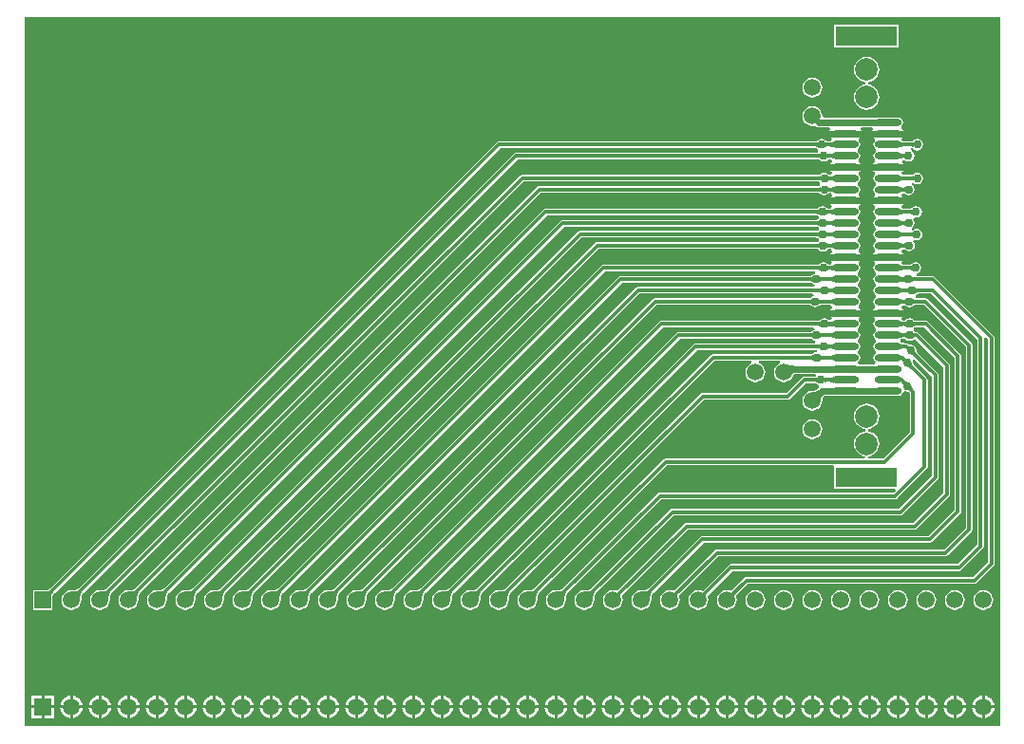
<source format=gtl>
G04*
G04 #@! TF.GenerationSoftware,Altium Limited,Altium Designer,19.1.8 (144)*
G04*
G04 Layer_Physical_Order=1*
G04 Layer_Color=255*
%FSLAX44Y44*%
%MOMM*%
G71*
G01*
G75*
%ADD21R,5.5000X1.7500*%
%ADD22O,2.4000X0.6000*%
%ADD23R,2.4000X0.6000*%
%ADD24C,0.6000*%
%ADD25C,0.3302*%
%ADD26C,1.5000*%
%ADD27R,1.5000X1.5000*%
%ADD28C,2.0000*%
%ADD29C,0.7620*%
G36*
X872160Y2590D02*
X2590D01*
Y635160D01*
X872160D01*
Y2590D01*
D02*
G37*
%LPC*%
G36*
X782170Y628520D02*
X724630D01*
Y608480D01*
X782170D01*
Y628520D01*
D02*
G37*
G36*
X704850Y581196D02*
X702561Y580894D01*
X700427Y580011D01*
X698595Y578605D01*
X697189Y576773D01*
X696306Y574639D01*
X696004Y572350D01*
X696306Y570061D01*
X697189Y567927D01*
X698595Y566095D01*
X700427Y564689D01*
X702561Y563806D01*
X704850Y563504D01*
X707139Y563806D01*
X709273Y564689D01*
X711105Y566095D01*
X712511Y567927D01*
X713394Y570061D01*
X713696Y572350D01*
X713394Y574639D01*
X712511Y576773D01*
X711105Y578605D01*
X709273Y580011D01*
X707139Y580894D01*
X704850Y581196D01*
D02*
G37*
G36*
X753400Y599867D02*
X750458Y599480D01*
X747716Y598344D01*
X745362Y596538D01*
X743556Y594184D01*
X742420Y591442D01*
X742033Y588500D01*
X742420Y585558D01*
X743556Y582816D01*
X745362Y580462D01*
X747716Y578656D01*
X750458Y577520D01*
X752321Y577275D01*
Y575225D01*
X750458Y574980D01*
X747716Y573844D01*
X745362Y572038D01*
X743556Y569684D01*
X742420Y566942D01*
X742033Y564000D01*
X742420Y561058D01*
X743556Y558316D01*
X745362Y555962D01*
X747716Y554156D01*
X750458Y553020D01*
X753400Y552633D01*
X756342Y553020D01*
X759084Y554156D01*
X761438Y555962D01*
X763244Y558316D01*
X764380Y561058D01*
X764767Y564000D01*
X764380Y566942D01*
X763244Y569684D01*
X761438Y572038D01*
X759084Y573844D01*
X756342Y574980D01*
X754479Y575225D01*
Y577275D01*
X756342Y577520D01*
X759084Y578656D01*
X761438Y580462D01*
X763244Y582816D01*
X764380Y585558D01*
X764767Y588500D01*
X764380Y591442D01*
X763244Y594184D01*
X761438Y596538D01*
X759084Y598344D01*
X756342Y599480D01*
X753400Y599867D01*
D02*
G37*
G36*
X704850Y555796D02*
X702561Y555494D01*
X700427Y554611D01*
X698595Y553205D01*
X697189Y551373D01*
X696306Y549239D01*
X696004Y546950D01*
X696306Y544661D01*
X697189Y542527D01*
X698595Y540695D01*
X700427Y539289D01*
X702561Y538406D01*
X704850Y538104D01*
X707139Y538406D01*
X707209Y538434D01*
X707222Y538422D01*
X708634Y537478D01*
X710300Y537146D01*
X720252D01*
X720710Y536490D01*
X721152Y535114D01*
X720181Y533662D01*
X720004Y532770D01*
X748796D01*
X748619Y533662D01*
X747648Y535114D01*
X748090Y536490D01*
X748548Y537146D01*
X758252D01*
X758710Y536490D01*
X759152Y535114D01*
X758181Y533662D01*
X758004Y532770D01*
X786796D01*
X786619Y533662D01*
X785394Y535494D01*
X784575Y536042D01*
X784479Y538413D01*
X784495Y538447D01*
X785422Y539834D01*
X785754Y541500D01*
X785422Y543166D01*
X784479Y544579D01*
X783066Y545522D01*
X781400Y545854D01*
X714657D01*
X713696Y546950D01*
X713394Y549239D01*
X712511Y551373D01*
X711105Y553205D01*
X709273Y554611D01*
X707139Y555494D01*
X704850Y555796D01*
D02*
G37*
G36*
X748796Y530230D02*
X720004D01*
X720181Y529338D01*
X721406Y527506D01*
X722222Y526961D01*
X722372Y526562D01*
X722373Y526558D01*
X721776Y524711D01*
X721530Y524656D01*
X721148Y524604D01*
X720155Y524534D01*
X719600Y524525D01*
X719491Y524478D01*
X719011D01*
X718905Y524525D01*
X718553Y524534D01*
X718264Y524558D01*
X718002Y524596D01*
X717768Y524647D01*
X717561Y524708D01*
X717379Y524778D01*
X717221Y524855D01*
X717083Y524940D01*
X716962Y525031D01*
X716803Y525177D01*
X716775Y525188D01*
X715132Y526285D01*
X713150Y526679D01*
X711168Y526285D01*
X709526Y525188D01*
X709497Y525177D01*
X709338Y525031D01*
X709217Y524940D01*
X709079Y524855D01*
X708921Y524778D01*
X708739Y524708D01*
X708532Y524647D01*
X708298Y524596D01*
X708036Y524558D01*
X707747Y524534D01*
X707394Y524525D01*
X707289Y524478D01*
X425400D01*
X424260Y524252D01*
X423294Y523606D01*
X25688Y126000D01*
X25584Y125961D01*
X24307Y124775D01*
X23796Y124364D01*
X23345Y124048D01*
X23123Y123920D01*
X21955D01*
X21850Y123964D01*
X21744Y123920D01*
X21742D01*
X21632Y123946D01*
X21589Y123920D01*
X10280D01*
Y106380D01*
X27820D01*
Y117689D01*
X27846Y117732D01*
X27820Y117842D01*
Y117844D01*
X27864Y117950D01*
X27820Y118055D01*
Y119223D01*
X27948Y119445D01*
X28254Y119881D01*
X29217Y121017D01*
X29843Y121664D01*
X29887Y121775D01*
X426634Y518522D01*
X707289D01*
X707394Y518475D01*
X707747Y518466D01*
X708036Y518442D01*
X708298Y518404D01*
X708532Y518353D01*
X708739Y518292D01*
X708921Y518222D01*
X709079Y518145D01*
X709217Y518060D01*
X709338Y517969D01*
X709497Y517823D01*
X709525Y517812D01*
X710115Y517418D01*
X710244Y515223D01*
X709569Y514530D01*
X709395Y514525D01*
X709289Y514478D01*
X440800D01*
X439660Y514252D01*
X438694Y513606D01*
X50823Y125735D01*
X50726Y125702D01*
X50342Y125361D01*
X49964Y125098D01*
X49525Y124857D01*
X49019Y124641D01*
X48445Y124453D01*
X47801Y124296D01*
X47106Y124175D01*
X45437Y124035D01*
X44509Y124024D01*
X44439Y123994D01*
X42161Y123694D01*
X40027Y122811D01*
X38195Y121405D01*
X36789Y119573D01*
X35906Y117439D01*
X35604Y115150D01*
X35906Y112861D01*
X36789Y110727D01*
X38195Y108895D01*
X40027Y107489D01*
X42161Y106606D01*
X44450Y106304D01*
X46739Y106606D01*
X48873Y107489D01*
X50705Y108895D01*
X52111Y110727D01*
X52994Y112861D01*
X53294Y115139D01*
X53324Y115209D01*
X53335Y116155D01*
X53385Y117006D01*
X53472Y117788D01*
X53596Y118501D01*
X53753Y119145D01*
X53941Y119719D01*
X54158Y120225D01*
X54398Y120665D01*
X54661Y121042D01*
X55002Y121426D01*
X55035Y121523D01*
X442034Y508522D01*
X709289D01*
X709395Y508475D01*
X709746Y508466D01*
X710036Y508442D01*
X710298Y508404D01*
X710532Y508353D01*
X710739Y508292D01*
X710921Y508222D01*
X711079Y508145D01*
X711217Y508060D01*
X711338Y507969D01*
X711497Y507823D01*
X711525Y507812D01*
X713168Y506715D01*
X715150Y506320D01*
X717132Y506715D01*
X718775Y507812D01*
X718803Y507823D01*
X718962Y507969D01*
X719083Y508060D01*
X719221Y508145D01*
X719379Y508222D01*
X719561Y508292D01*
X719768Y508353D01*
X720002Y508404D01*
X720264Y508442D01*
X720405Y508453D01*
X720658Y508441D01*
X721566Y508338D01*
X721800Y508293D01*
X722376Y506453D01*
X722372Y506438D01*
X722222Y506039D01*
X721406Y505494D01*
X720181Y503662D01*
X720004Y502770D01*
X748796D01*
X748619Y503662D01*
X747394Y505494D01*
X746574Y506042D01*
X746479Y508413D01*
X746496Y508447D01*
X747422Y509834D01*
X747754Y511500D01*
X747422Y513166D01*
X746479Y514579D01*
X745200Y515433D01*
X745075Y516500D01*
X745200Y517567D01*
X746479Y518422D01*
X747422Y519834D01*
X747754Y521500D01*
X747422Y523166D01*
X746496Y524553D01*
X746479Y524587D01*
X746574Y526958D01*
X747394Y527506D01*
X748619Y529338D01*
X748796Y530230D01*
D02*
G37*
G36*
X786796D02*
X758004D01*
X758181Y529338D01*
X759406Y527506D01*
X760226Y526958D01*
X760321Y524587D01*
X760304Y524553D01*
X759378Y523166D01*
X759046Y521500D01*
X759378Y519834D01*
X760322Y518422D01*
X761600Y517567D01*
X761725Y516500D01*
X761600Y515433D01*
X760322Y514579D01*
X759378Y513166D01*
X759046Y511500D01*
X759378Y509834D01*
X760304Y508447D01*
X760321Y508413D01*
X760226Y506042D01*
X759406Y505494D01*
X758181Y503662D01*
X758004Y502770D01*
X786796D01*
X786619Y503662D01*
X785394Y505494D01*
X785304Y505555D01*
X785181Y506364D01*
X785399Y507406D01*
X785482Y507543D01*
X785594Y507707D01*
X785725Y507850D01*
X786147Y507939D01*
X786784Y508010D01*
X786838Y507969D01*
X786997Y507823D01*
X787026Y507812D01*
X788668Y506715D01*
X790650Y506320D01*
X792632Y506715D01*
X794313Y507837D01*
X795435Y509518D01*
X795829Y511500D01*
X795435Y513482D01*
X794313Y515163D01*
X793299Y515840D01*
X793104Y517897D01*
X793185Y518174D01*
X793275Y518231D01*
X793782Y518353D01*
X793989Y518292D01*
X794171Y518222D01*
X794329Y518145D01*
X794467Y518060D01*
X794588Y517969D01*
X794747Y517823D01*
X794775Y517812D01*
X796418Y516715D01*
X798400Y516320D01*
X800382Y516715D01*
X802063Y517837D01*
X803185Y519518D01*
X803579Y521500D01*
X803185Y523482D01*
X802063Y525163D01*
X800382Y526285D01*
X798400Y526679D01*
X796418Y526285D01*
X794775Y525188D01*
X794747Y525177D01*
X794588Y525031D01*
X794467Y524940D01*
X794329Y524855D01*
X794171Y524778D01*
X793989Y524708D01*
X793782Y524647D01*
X793548Y524596D01*
X793286Y524558D01*
X792997Y524534D01*
X792645Y524525D01*
X792539Y524478D01*
X787309D01*
X787200Y524525D01*
X786632Y524534D01*
X786142Y524560D01*
X785234Y524662D01*
X785003Y524706D01*
X784424Y526547D01*
X784428Y526562D01*
X784578Y526961D01*
X785394Y527506D01*
X786619Y529338D01*
X786796Y530230D01*
D02*
G37*
G36*
X748796Y500230D02*
X720004D01*
X720181Y499338D01*
X721406Y497506D01*
X722222Y496961D01*
X722372Y496562D01*
X722373Y496558D01*
X721776Y494711D01*
X721530Y494656D01*
X721148Y494604D01*
X720508Y494559D01*
X720252Y494596D01*
X720018Y494647D01*
X719811Y494708D01*
X719629Y494778D01*
X719471Y494855D01*
X719333Y494940D01*
X719212Y495031D01*
X719053Y495177D01*
X719025Y495188D01*
X717382Y496285D01*
X715400Y496679D01*
X713418Y496285D01*
X711775Y495188D01*
X711747Y495177D01*
X711588Y495031D01*
X711467Y494940D01*
X711329Y494855D01*
X711171Y494778D01*
X710989Y494708D01*
X710782Y494647D01*
X710548Y494596D01*
X710286Y494558D01*
X709996Y494534D01*
X709644Y494525D01*
X709539Y494478D01*
X446200D01*
X445060Y494252D01*
X444094Y493606D01*
X76223Y125735D01*
X76126Y125702D01*
X75742Y125361D01*
X75364Y125098D01*
X74925Y124857D01*
X74419Y124641D01*
X73845Y124453D01*
X73201Y124296D01*
X72506Y124175D01*
X70837Y124035D01*
X69909Y124024D01*
X69839Y123994D01*
X67561Y123694D01*
X65427Y122811D01*
X63595Y121405D01*
X62189Y119573D01*
X61306Y117439D01*
X61004Y115150D01*
X61306Y112861D01*
X62189Y110727D01*
X63595Y108895D01*
X65427Y107489D01*
X67561Y106606D01*
X69850Y106304D01*
X72139Y106606D01*
X74273Y107489D01*
X76105Y108895D01*
X77511Y110727D01*
X78394Y112861D01*
X78694Y115139D01*
X78724Y115209D01*
X78735Y116155D01*
X78785Y117006D01*
X78872Y117788D01*
X78996Y118501D01*
X79153Y119145D01*
X79341Y119719D01*
X79557Y120225D01*
X79798Y120665D01*
X80061Y121042D01*
X80402Y121426D01*
X80435Y121523D01*
X447434Y488522D01*
X709539D01*
X709645Y488475D01*
X709996Y488466D01*
X710286Y488442D01*
X710548Y488404D01*
X710782Y488353D01*
X710989Y488292D01*
X711171Y488222D01*
X711329Y488145D01*
X711467Y488060D01*
X711588Y487969D01*
X711747Y487823D01*
X711775Y487812D01*
X711910Y487722D01*
Y485278D01*
X711775Y485188D01*
X711747Y485177D01*
X711588Y485031D01*
X711467Y484940D01*
X711329Y484855D01*
X711171Y484778D01*
X710989Y484708D01*
X710782Y484647D01*
X710548Y484596D01*
X710286Y484558D01*
X709996Y484534D01*
X709644Y484525D01*
X709539Y484478D01*
X461600D01*
X460460Y484252D01*
X459494Y483606D01*
X101623Y125735D01*
X101526Y125702D01*
X101142Y125361D01*
X100764Y125098D01*
X100325Y124857D01*
X99819Y124641D01*
X99245Y124453D01*
X98601Y124296D01*
X97906Y124175D01*
X96237Y124035D01*
X95309Y124024D01*
X95239Y123994D01*
X92961Y123694D01*
X90827Y122811D01*
X88995Y121405D01*
X87589Y119573D01*
X86706Y117439D01*
X86404Y115150D01*
X86706Y112861D01*
X87589Y110727D01*
X88995Y108895D01*
X90827Y107489D01*
X92961Y106606D01*
X95250Y106304D01*
X97539Y106606D01*
X99673Y107489D01*
X101505Y108895D01*
X102911Y110727D01*
X103794Y112861D01*
X104094Y115139D01*
X104124Y115209D01*
X104135Y116155D01*
X104185Y117006D01*
X104272Y117788D01*
X104396Y118501D01*
X104553Y119145D01*
X104741Y119719D01*
X104958Y120225D01*
X105198Y120665D01*
X105461Y121042D01*
X105802Y121426D01*
X105835Y121523D01*
X462834Y478522D01*
X709539D01*
X709645Y478475D01*
X709996Y478466D01*
X710286Y478442D01*
X710548Y478404D01*
X710782Y478353D01*
X710989Y478292D01*
X711171Y478222D01*
X711329Y478145D01*
X711467Y478060D01*
X711588Y477969D01*
X711747Y477823D01*
X711775Y477812D01*
X713418Y476715D01*
X715400Y476320D01*
X717382Y476715D01*
X719025Y477812D01*
X719053Y477823D01*
X719212Y477969D01*
X719333Y478060D01*
X719471Y478145D01*
X719629Y478222D01*
X719811Y478292D01*
X720018Y478353D01*
X720252Y478404D01*
X720514Y478442D01*
X720559Y478446D01*
X720658Y478441D01*
X721566Y478338D01*
X721800Y478293D01*
X722376Y476453D01*
X722372Y476438D01*
X722222Y476039D01*
X721406Y475494D01*
X720181Y473662D01*
X720004Y472770D01*
X748796D01*
X748619Y473662D01*
X747394Y475494D01*
X746574Y476042D01*
X746479Y478413D01*
X746496Y478447D01*
X747422Y479834D01*
X747754Y481500D01*
X747422Y483166D01*
X746479Y484579D01*
X745200Y485433D01*
X745075Y486500D01*
X745200Y487567D01*
X746479Y488422D01*
X747422Y489834D01*
X747754Y491500D01*
X747422Y493166D01*
X746496Y494553D01*
X746479Y494587D01*
X746574Y496958D01*
X747394Y497506D01*
X748619Y499338D01*
X748796Y500230D01*
D02*
G37*
G36*
X786796D02*
X758004D01*
X758181Y499338D01*
X759406Y497506D01*
X760226Y496958D01*
X760321Y494587D01*
X760304Y494553D01*
X759378Y493166D01*
X759046Y491500D01*
X759378Y489834D01*
X760322Y488422D01*
X761600Y487567D01*
X761725Y486500D01*
X761600Y485433D01*
X760322Y484579D01*
X759378Y483166D01*
X759046Y481500D01*
X759378Y479834D01*
X760304Y478447D01*
X760321Y478413D01*
X760226Y476042D01*
X759406Y475494D01*
X758181Y473662D01*
X758004Y472770D01*
X786796D01*
X786619Y473662D01*
X785394Y475494D01*
X784578Y476039D01*
X784553Y476107D01*
X785358Y477711D01*
X785592Y478032D01*
X786784Y478167D01*
X786829Y478145D01*
X786967Y478060D01*
X787088Y477969D01*
X787247Y477823D01*
X787275Y477812D01*
X788918Y476715D01*
X790900Y476320D01*
X792882Y476715D01*
X794563Y477837D01*
X795685Y479518D01*
X796079Y481500D01*
X795685Y483482D01*
X794563Y485163D01*
X793585Y485816D01*
X793453Y486078D01*
X793357Y487724D01*
X793492Y488135D01*
X793989Y488292D01*
X794171Y488222D01*
X794329Y488145D01*
X794467Y488060D01*
X794588Y487969D01*
X794747Y487823D01*
X794775Y487812D01*
X796418Y486715D01*
X798400Y486320D01*
X800382Y486715D01*
X802063Y487837D01*
X803185Y489518D01*
X803579Y491500D01*
X803185Y493482D01*
X802063Y495163D01*
X800382Y496285D01*
X798400Y496679D01*
X796418Y496285D01*
X794775Y495188D01*
X794747Y495177D01*
X794588Y495031D01*
X794467Y494940D01*
X794329Y494855D01*
X794171Y494778D01*
X793989Y494708D01*
X793782Y494647D01*
X793548Y494596D01*
X793286Y494558D01*
X792997Y494534D01*
X792645Y494525D01*
X792539Y494478D01*
X787309D01*
X787200Y494525D01*
X786632Y494534D01*
X786142Y494559D01*
X785234Y494662D01*
X785003Y494706D01*
X784424Y496547D01*
X784428Y496562D01*
X784578Y496961D01*
X785394Y497506D01*
X786619Y499338D01*
X786796Y500230D01*
D02*
G37*
G36*
X748796Y470230D02*
X720004D01*
X720181Y469338D01*
X721406Y467506D01*
X722222Y466961D01*
X722372Y466562D01*
X722373Y466558D01*
X721776Y464710D01*
X721530Y464656D01*
X721148Y464604D01*
X720155Y464534D01*
X719600Y464525D01*
X719501Y464483D01*
X719406Y464525D01*
X719053Y464534D01*
X718764Y464558D01*
X718502Y464596D01*
X718268Y464647D01*
X718061Y464708D01*
X717879Y464778D01*
X717721Y464855D01*
X717583Y464940D01*
X717462Y465031D01*
X717303Y465177D01*
X717275Y465188D01*
X715632Y466285D01*
X713650Y466679D01*
X711668Y466285D01*
X710025Y465188D01*
X709997Y465177D01*
X709838Y465031D01*
X709717Y464940D01*
X709579Y464855D01*
X709421Y464778D01*
X709239Y464708D01*
X709032Y464647D01*
X708798Y464596D01*
X708536Y464558D01*
X708247Y464534D01*
X707895Y464525D01*
X707789Y464478D01*
X467000D01*
X465860Y464252D01*
X464894Y463606D01*
X127023Y125735D01*
X126926Y125702D01*
X126542Y125361D01*
X126164Y125098D01*
X125725Y124857D01*
X125219Y124641D01*
X124645Y124453D01*
X124001Y124296D01*
X123306Y124175D01*
X121637Y124035D01*
X120709Y124024D01*
X120639Y123994D01*
X118361Y123694D01*
X116227Y122811D01*
X114395Y121405D01*
X112989Y119573D01*
X112106Y117439D01*
X111804Y115150D01*
X112106Y112861D01*
X112989Y110727D01*
X114395Y108895D01*
X116227Y107489D01*
X118361Y106606D01*
X120650Y106304D01*
X122939Y106606D01*
X125073Y107489D01*
X126905Y108895D01*
X128311Y110727D01*
X129194Y112861D01*
X129494Y115139D01*
X129524Y115209D01*
X129535Y116155D01*
X129585Y117006D01*
X129672Y117788D01*
X129796Y118501D01*
X129953Y119145D01*
X130141Y119719D01*
X130358Y120225D01*
X130598Y120665D01*
X130861Y121042D01*
X131202Y121426D01*
X131235Y121523D01*
X468234Y458522D01*
X707789D01*
X707895Y458475D01*
X708247Y458466D01*
X708536Y458442D01*
X708798Y458404D01*
X709032Y458353D01*
X709239Y458292D01*
X709421Y458222D01*
X709579Y458145D01*
X709717Y458060D01*
X709838Y457969D01*
X709997Y457823D01*
X710025Y457812D01*
X710285Y457638D01*
Y455195D01*
X710275Y455188D01*
X710247Y455177D01*
X710088Y455031D01*
X709967Y454940D01*
X709829Y454855D01*
X709671Y454778D01*
X709489Y454708D01*
X709282Y454647D01*
X709048Y454596D01*
X708786Y454558D01*
X708496Y454534D01*
X708145Y454525D01*
X708039Y454478D01*
X482400D01*
X481260Y454252D01*
X480294Y453606D01*
X152423Y125735D01*
X152326Y125702D01*
X151942Y125361D01*
X151564Y125098D01*
X151125Y124857D01*
X150619Y124641D01*
X150045Y124453D01*
X149401Y124296D01*
X148706Y124175D01*
X147037Y124035D01*
X146109Y124024D01*
X146039Y123994D01*
X143761Y123694D01*
X141627Y122811D01*
X139795Y121405D01*
X138389Y119573D01*
X137506Y117439D01*
X137204Y115150D01*
X137506Y112861D01*
X138389Y110727D01*
X139795Y108895D01*
X141627Y107489D01*
X143761Y106606D01*
X146050Y106304D01*
X148339Y106606D01*
X150473Y107489D01*
X152305Y108895D01*
X153711Y110727D01*
X154594Y112861D01*
X154894Y115139D01*
X154924Y115209D01*
X154935Y116155D01*
X154985Y117006D01*
X155072Y117788D01*
X155196Y118501D01*
X155353Y119145D01*
X155541Y119719D01*
X155758Y120225D01*
X155998Y120665D01*
X156261Y121042D01*
X156602Y121426D01*
X156635Y121523D01*
X483634Y448522D01*
X708039D01*
X708145Y448475D01*
X708496Y448466D01*
X708786Y448442D01*
X709048Y448404D01*
X709282Y448353D01*
X709489Y448292D01*
X709671Y448222D01*
X709829Y448145D01*
X709967Y448060D01*
X710088Y447969D01*
X710247Y447823D01*
X710275Y447812D01*
X710723Y447513D01*
X710903Y445613D01*
X710743Y445156D01*
X710573Y445018D01*
X710438Y444928D01*
X710286Y444845D01*
X710113Y444769D01*
X709918Y444700D01*
X709697Y444641D01*
X709452Y444592D01*
X709180Y444556D01*
X708884Y444534D01*
X708529Y444525D01*
X708423Y444478D01*
X497800D01*
X496660Y444252D01*
X495694Y443606D01*
X177823Y125735D01*
X177726Y125702D01*
X177342Y125361D01*
X176964Y125098D01*
X176525Y124857D01*
X176019Y124641D01*
X175445Y124453D01*
X174801Y124296D01*
X174106Y124175D01*
X172437Y124035D01*
X171509Y124024D01*
X171439Y123994D01*
X169161Y123694D01*
X167027Y122811D01*
X165195Y121405D01*
X163789Y119573D01*
X162906Y117439D01*
X162604Y115150D01*
X162906Y112861D01*
X163789Y110727D01*
X165195Y108895D01*
X167027Y107489D01*
X169161Y106606D01*
X171450Y106304D01*
X173739Y106606D01*
X175873Y107489D01*
X177705Y108895D01*
X179111Y110727D01*
X179994Y112861D01*
X180294Y115139D01*
X180324Y115209D01*
X180335Y116155D01*
X180385Y117006D01*
X180472Y117788D01*
X180596Y118501D01*
X180753Y119145D01*
X180941Y119719D01*
X181157Y120225D01*
X181398Y120665D01*
X181661Y121042D01*
X182002Y121426D01*
X182035Y121523D01*
X499034Y438522D01*
X708134D01*
X708221Y438478D01*
X708252Y438489D01*
X708283Y438475D01*
X708633Y438465D01*
X708916Y438440D01*
X709168Y438401D01*
X709391Y438349D01*
X709584Y438288D01*
X709751Y438218D01*
X709893Y438141D01*
X710015Y438059D01*
X710121Y437969D01*
X710267Y437817D01*
X710275Y437813D01*
X710278Y437805D01*
X710368Y437767D01*
X710488Y437588D01*
X710786Y437388D01*
X711000Y436241D01*
X710823Y435018D01*
X710688Y434928D01*
X710536Y434845D01*
X710363Y434768D01*
X710167Y434700D01*
X709947Y434641D01*
X709702Y434592D01*
X709430Y434556D01*
X709134Y434534D01*
X708779Y434525D01*
X708673Y434478D01*
X513200D01*
X512060Y434252D01*
X511094Y433606D01*
X203223Y125735D01*
X203127Y125702D01*
X202742Y125361D01*
X202364Y125098D01*
X201925Y124857D01*
X201419Y124641D01*
X200845Y124453D01*
X200201Y124296D01*
X199506Y124175D01*
X197838Y124035D01*
X196909Y124024D01*
X196839Y123994D01*
X194561Y123694D01*
X192427Y122811D01*
X190595Y121405D01*
X189189Y119573D01*
X188306Y117439D01*
X188004Y115150D01*
X188306Y112861D01*
X189189Y110727D01*
X190595Y108895D01*
X192427Y107489D01*
X194561Y106606D01*
X196850Y106304D01*
X199139Y106606D01*
X201273Y107489D01*
X203105Y108895D01*
X204511Y110727D01*
X205394Y112861D01*
X205694Y115139D01*
X205724Y115209D01*
X205735Y116155D01*
X205785Y117006D01*
X205872Y117788D01*
X205996Y118501D01*
X206153Y119145D01*
X206341Y119719D01*
X206558Y120225D01*
X206798Y120665D01*
X207061Y121042D01*
X207402Y121426D01*
X207435Y121523D01*
X514434Y428522D01*
X708384D01*
X708471Y428478D01*
X708503Y428489D01*
X708533Y428475D01*
X708883Y428465D01*
X709166Y428440D01*
X709418Y428401D01*
X709641Y428349D01*
X709834Y428288D01*
X710001Y428218D01*
X710143Y428141D01*
X710265Y428059D01*
X710371Y427969D01*
X710517Y427817D01*
X710525Y427813D01*
X710528Y427805D01*
X710618Y427767D01*
X710738Y427588D01*
X712418Y426465D01*
X714400Y426071D01*
X716382Y426465D01*
X718063Y427588D01*
X718182Y427767D01*
X718272Y427805D01*
X718275Y427813D01*
X718283Y427817D01*
X718429Y427969D01*
X718535Y428059D01*
X718657Y428141D01*
X718800Y428218D01*
X718966Y428288D01*
X719159Y428349D01*
X719382Y428401D01*
X719634Y428440D01*
X719917Y428465D01*
X720015Y428468D01*
X720168Y428465D01*
X720658Y428441D01*
X721566Y428338D01*
X721800Y428293D01*
X722376Y426453D01*
X722372Y426438D01*
X722222Y426039D01*
X721406Y425494D01*
X720181Y423662D01*
X720004Y422770D01*
X748796D01*
X748619Y423662D01*
X747394Y425494D01*
X746574Y426042D01*
X746479Y428413D01*
X746496Y428447D01*
X747422Y429834D01*
X747754Y431500D01*
X747422Y433166D01*
X746479Y434579D01*
X745200Y435433D01*
X745075Y436500D01*
X745200Y437567D01*
X746479Y438422D01*
X747422Y439834D01*
X747754Y441500D01*
X747422Y443166D01*
X746479Y444579D01*
X745200Y445433D01*
X745075Y446500D01*
X745200Y447567D01*
X746479Y448422D01*
X747422Y449834D01*
X747754Y451500D01*
X747422Y453166D01*
X746479Y454579D01*
X745200Y455433D01*
X745075Y456500D01*
X745200Y457567D01*
X746479Y458422D01*
X747422Y459834D01*
X747754Y461500D01*
X747422Y463166D01*
X746496Y464553D01*
X746479Y464587D01*
X746574Y466958D01*
X747394Y467506D01*
X748619Y469338D01*
X748796Y470230D01*
D02*
G37*
G36*
X786796D02*
X758004D01*
X758181Y469338D01*
X759406Y467506D01*
X760226Y466958D01*
X760321Y464587D01*
X760304Y464553D01*
X759378Y463166D01*
X759046Y461500D01*
X759378Y459834D01*
X760322Y458422D01*
X761600Y457567D01*
X761725Y456500D01*
X761600Y455433D01*
X760322Y454579D01*
X759378Y453166D01*
X759046Y451500D01*
X759378Y449834D01*
X760322Y448422D01*
X761600Y447567D01*
X761725Y446500D01*
X761600Y445433D01*
X760322Y444579D01*
X759378Y443166D01*
X759046Y441500D01*
X759378Y439834D01*
X760322Y438422D01*
X761600Y437567D01*
X761725Y436500D01*
X761600Y435433D01*
X760322Y434579D01*
X759378Y433166D01*
X759046Y431500D01*
X759378Y429834D01*
X760304Y428447D01*
X760321Y428413D01*
X760226Y426042D01*
X759406Y425494D01*
X758181Y423662D01*
X758004Y422770D01*
X786796D01*
X786619Y423662D01*
X785394Y425494D01*
X784578Y426039D01*
X784428Y426438D01*
X784427Y426442D01*
X784873Y427820D01*
X786913Y428225D01*
X786921Y428222D01*
X787079Y428145D01*
X787217Y428060D01*
X787338Y427969D01*
X787497Y427823D01*
X787525Y427812D01*
X789168Y426715D01*
X791150Y426320D01*
X793132Y426715D01*
X794812Y427837D01*
X795935Y429518D01*
X796329Y431500D01*
X795935Y433482D01*
X794812Y435163D01*
X795918Y436715D01*
X797900Y436320D01*
X799882Y436715D01*
X801562Y437837D01*
X802685Y439518D01*
X803080Y441500D01*
X802685Y443482D01*
X801562Y445163D01*
X799882Y446285D01*
X797900Y446679D01*
X795918Y446285D01*
X794275Y445188D01*
X794247Y445177D01*
X794088Y445031D01*
X794033Y444989D01*
X793908Y445005D01*
X793525Y445950D01*
X793508Y447027D01*
X793532Y447089D01*
X793557Y447133D01*
X793650Y447228D01*
X794563Y447837D01*
X795685Y449518D01*
X796079Y451500D01*
X795685Y453482D01*
X794724Y454920D01*
X795410Y456138D01*
X795839Y456631D01*
X797400Y456320D01*
X799382Y456715D01*
X801062Y457837D01*
X802185Y459518D01*
X802579Y461500D01*
X802185Y463482D01*
X801062Y465163D01*
X799382Y466285D01*
X797400Y466679D01*
X795418Y466285D01*
X793775Y465188D01*
X793747Y465177D01*
X793588Y465031D01*
X793467Y464940D01*
X793329Y464855D01*
X793171Y464778D01*
X792989Y464708D01*
X792782Y464647D01*
X792548Y464596D01*
X792286Y464558D01*
X791997Y464534D01*
X791645Y464525D01*
X791539Y464478D01*
X787309D01*
X787200Y464525D01*
X786632Y464534D01*
X786142Y464559D01*
X785234Y464662D01*
X785003Y464706D01*
X784424Y466547D01*
X784428Y466562D01*
X784578Y466961D01*
X785394Y467506D01*
X786619Y469338D01*
X786796Y470230D01*
D02*
G37*
G36*
X748796Y420230D02*
X720004D01*
X720181Y419338D01*
X721406Y417506D01*
X722222Y416961D01*
X722372Y416562D01*
X722373Y416558D01*
X721776Y414710D01*
X721530Y414656D01*
X721148Y414604D01*
X720235Y414540D01*
X720014Y414558D01*
X719752Y414596D01*
X719518Y414647D01*
X719311Y414708D01*
X719129Y414778D01*
X718971Y414855D01*
X718833Y414940D01*
X718712Y415031D01*
X718553Y415177D01*
X718525Y415188D01*
X716882Y416285D01*
X714900Y416679D01*
X712918Y416285D01*
X711275Y415188D01*
X711247Y415177D01*
X711088Y415031D01*
X710967Y414940D01*
X710829Y414855D01*
X710671Y414778D01*
X710489Y414708D01*
X710282Y414647D01*
X710048Y414596D01*
X709786Y414558D01*
X709497Y414534D01*
X709145Y414525D01*
X709039Y414478D01*
X518600D01*
X517460Y414252D01*
X516494Y413606D01*
X228623Y125735D01*
X228526Y125702D01*
X228142Y125361D01*
X227764Y125098D01*
X227325Y124857D01*
X226819Y124641D01*
X226245Y124453D01*
X225601Y124296D01*
X224906Y124175D01*
X223237Y124035D01*
X222309Y124024D01*
X222239Y123994D01*
X219961Y123694D01*
X217827Y122811D01*
X215995Y121405D01*
X214589Y119573D01*
X213706Y117439D01*
X213404Y115150D01*
X213706Y112861D01*
X214589Y110727D01*
X215995Y108895D01*
X217827Y107489D01*
X219961Y106606D01*
X222250Y106304D01*
X224539Y106606D01*
X226673Y107489D01*
X228505Y108895D01*
X229911Y110727D01*
X230794Y112861D01*
X231094Y115139D01*
X231124Y115209D01*
X231135Y116155D01*
X231185Y117006D01*
X231272Y117788D01*
X231396Y118501D01*
X231553Y119145D01*
X231741Y119719D01*
X231957Y120225D01*
X232198Y120665D01*
X232461Y121042D01*
X232802Y121426D01*
X232835Y121523D01*
X519834Y408522D01*
X706996D01*
X707196Y406490D01*
X706168Y406285D01*
X704525Y405188D01*
X704497Y405177D01*
X704338Y405031D01*
X704217Y404940D01*
X704079Y404855D01*
X703921Y404778D01*
X703739Y404708D01*
X703532Y404647D01*
X703298Y404596D01*
X703036Y404558D01*
X702747Y404534D01*
X702394Y404525D01*
X702289Y404478D01*
X534000D01*
X532860Y404252D01*
X531894Y403606D01*
X254023Y125735D01*
X253927Y125702D01*
X253542Y125361D01*
X253164Y125098D01*
X252725Y124857D01*
X252219Y124641D01*
X251645Y124453D01*
X251001Y124296D01*
X250306Y124175D01*
X248638Y124035D01*
X247709Y124024D01*
X247639Y123994D01*
X245361Y123694D01*
X243227Y122811D01*
X241395Y121405D01*
X239989Y119573D01*
X239106Y117439D01*
X238804Y115150D01*
X239106Y112861D01*
X239989Y110727D01*
X241395Y108895D01*
X243227Y107489D01*
X245361Y106606D01*
X247650Y106304D01*
X249939Y106606D01*
X252073Y107489D01*
X253905Y108895D01*
X255311Y110727D01*
X256194Y112861D01*
X256494Y115139D01*
X256524Y115209D01*
X256535Y116155D01*
X256585Y117006D01*
X256672Y117788D01*
X256796Y118501D01*
X256953Y119145D01*
X257141Y119719D01*
X257358Y120225D01*
X257598Y120665D01*
X257861Y121042D01*
X258202Y121426D01*
X258235Y121523D01*
X535234Y398522D01*
X702289D01*
X702395Y398475D01*
X702747Y398466D01*
X703036Y398442D01*
X703298Y398404D01*
X703532Y398353D01*
X703739Y398292D01*
X703921Y398222D01*
X704079Y398145D01*
X704217Y398060D01*
X704338Y397969D01*
X704497Y397823D01*
X704526Y397812D01*
X706168Y396715D01*
X707145Y396520D01*
X707196Y396510D01*
X707129Y395827D01*
X705656Y394478D01*
X549400D01*
X548260Y394252D01*
X547294Y393606D01*
X279423Y125735D01*
X279326Y125702D01*
X278942Y125361D01*
X278564Y125098D01*
X278125Y124857D01*
X277619Y124641D01*
X277045Y124453D01*
X276401Y124296D01*
X275706Y124175D01*
X274037Y124035D01*
X273109Y124024D01*
X273039Y123994D01*
X270761Y123694D01*
X268627Y122811D01*
X266795Y121405D01*
X265389Y119573D01*
X264506Y117439D01*
X264204Y115150D01*
X264506Y112861D01*
X265389Y110727D01*
X266795Y108895D01*
X268627Y107489D01*
X270761Y106606D01*
X273050Y106304D01*
X275339Y106606D01*
X277473Y107489D01*
X279305Y108895D01*
X280711Y110727D01*
X281594Y112861D01*
X281894Y115139D01*
X281924Y115209D01*
X281935Y116155D01*
X281985Y117006D01*
X282072Y117788D01*
X282196Y118501D01*
X282353Y119145D01*
X282541Y119719D01*
X282757Y120225D01*
X282998Y120665D01*
X283261Y121042D01*
X283602Y121426D01*
X283635Y121523D01*
X550634Y388522D01*
X704908D01*
X706379Y387167D01*
Y387167D01*
D01*
X706446Y386490D01*
X706395Y386480D01*
X705418Y386285D01*
X703775Y385188D01*
X703747Y385177D01*
X703588Y385031D01*
X703467Y384940D01*
X703329Y384855D01*
X703171Y384778D01*
X702989Y384708D01*
X702782Y384647D01*
X702548Y384596D01*
X702286Y384558D01*
X701997Y384534D01*
X701645Y384525D01*
X701539Y384478D01*
X564800D01*
X563660Y384252D01*
X562694Y383606D01*
X304823Y125735D01*
X304727Y125702D01*
X304342Y125361D01*
X303964Y125098D01*
X303525Y124857D01*
X303019Y124641D01*
X302445Y124453D01*
X301801Y124296D01*
X301106Y124175D01*
X299438Y124035D01*
X298509Y124024D01*
X298439Y123994D01*
X296161Y123694D01*
X294027Y122811D01*
X292195Y121405D01*
X290789Y119573D01*
X289906Y117439D01*
X289604Y115150D01*
X289906Y112861D01*
X290789Y110727D01*
X292195Y108895D01*
X294027Y107489D01*
X296161Y106606D01*
X298450Y106304D01*
X300739Y106606D01*
X302873Y107489D01*
X304705Y108895D01*
X306111Y110727D01*
X306994Y112861D01*
X307294Y115139D01*
X307324Y115209D01*
X307335Y116155D01*
X307385Y117006D01*
X307472Y117788D01*
X307596Y118501D01*
X307753Y119145D01*
X307941Y119719D01*
X308158Y120225D01*
X308398Y120665D01*
X308661Y121042D01*
X309002Y121426D01*
X309035Y121523D01*
X566034Y378522D01*
X701539D01*
X701645Y378475D01*
X701997Y378466D01*
X702286Y378442D01*
X702548Y378404D01*
X702782Y378353D01*
X702989Y378292D01*
X703171Y378222D01*
X703329Y378145D01*
X703467Y378060D01*
X703588Y377969D01*
X703747Y377823D01*
X703776Y377812D01*
X705418Y376715D01*
X707400Y376320D01*
X709382Y376715D01*
X711024Y377812D01*
X711053Y377822D01*
X711212Y377969D01*
X711333Y378060D01*
X711471Y378145D01*
X711629Y378222D01*
X711811Y378292D01*
X712018Y378353D01*
X712252Y378404D01*
X712514Y378442D01*
X712803Y378466D01*
X713155Y378475D01*
X713261Y378522D01*
X719491D01*
X719600Y378475D01*
X720168Y378465D01*
X720658Y378441D01*
X721566Y378338D01*
X721800Y378293D01*
X722376Y376453D01*
X722372Y376438D01*
X722222Y376039D01*
X721406Y375494D01*
X720181Y373661D01*
X720004Y372770D01*
X748796D01*
X748619Y373661D01*
X747394Y375494D01*
X746574Y376042D01*
X746479Y378413D01*
X746496Y378447D01*
X747422Y379834D01*
X747754Y381500D01*
X747422Y383166D01*
X746479Y384578D01*
X745200Y385433D01*
X745075Y386500D01*
X745200Y387567D01*
X746479Y388422D01*
X747422Y389834D01*
X747754Y391500D01*
X747422Y393166D01*
X746479Y394578D01*
X745200Y395433D01*
X745075Y396500D01*
X745200Y397567D01*
X746479Y398422D01*
X747422Y399834D01*
X747754Y401500D01*
X747422Y403166D01*
X746479Y404578D01*
X745200Y405433D01*
X745075Y406500D01*
X745200Y407567D01*
X746479Y408422D01*
X747422Y409834D01*
X747754Y411500D01*
X747422Y413166D01*
X746496Y414553D01*
X746479Y414587D01*
X746574Y416958D01*
X747394Y417506D01*
X748619Y419338D01*
X748796Y420230D01*
D02*
G37*
G36*
X786796Y370230D02*
X758004D01*
X758181Y369338D01*
X759406Y367506D01*
X760226Y366958D01*
X760321Y364587D01*
X760304Y364553D01*
X759378Y363166D01*
X759046Y361500D01*
X759378Y359834D01*
X760322Y358422D01*
X761600Y357567D01*
X761725Y356500D01*
X761600Y355433D01*
X760322Y354578D01*
X759378Y353166D01*
X759046Y351500D01*
X759378Y349834D01*
X760322Y348422D01*
X761600Y347567D01*
X761725Y346500D01*
X761600Y345433D01*
X760322Y344578D01*
X759378Y343166D01*
X759046Y341500D01*
X759378Y339834D01*
X760322Y338421D01*
X761600Y337567D01*
X761725Y336500D01*
X761600Y335433D01*
X760322Y334578D01*
X759378Y333166D01*
X759046Y331500D01*
X759378Y329834D01*
X760322Y328421D01*
X761124Y327886D01*
X760507Y325854D01*
X746293D01*
X745676Y327886D01*
X746479Y328421D01*
X747422Y329834D01*
X747754Y331500D01*
X747422Y333166D01*
X746479Y334578D01*
X745200Y335433D01*
X745075Y336500D01*
X745200Y337567D01*
X746479Y338421D01*
X747422Y339834D01*
X747754Y341500D01*
X747422Y343166D01*
X746479Y344578D01*
X745200Y345433D01*
X745075Y346500D01*
X745200Y347567D01*
X746479Y348422D01*
X747422Y349834D01*
X747754Y351500D01*
X747422Y353166D01*
X746479Y354578D01*
X745200Y355433D01*
X745075Y356500D01*
X745200Y357567D01*
X746479Y358422D01*
X747422Y359834D01*
X747754Y361500D01*
X747422Y363166D01*
X746496Y364553D01*
X746479Y364587D01*
X746574Y366958D01*
X747394Y367506D01*
X748619Y369338D01*
X748796Y370230D01*
X720004D01*
X720181Y369338D01*
X721406Y367506D01*
X722222Y366961D01*
X722372Y366562D01*
X722373Y366558D01*
X721928Y365179D01*
X719888Y364775D01*
X719879Y364778D01*
X719721Y364855D01*
X719583Y364940D01*
X719462Y365031D01*
X719303Y365177D01*
X719275Y365188D01*
X717632Y366285D01*
X715650Y366679D01*
X713668Y366285D01*
X712025Y365188D01*
X711997Y365177D01*
X711838Y365031D01*
X711717Y364939D01*
X711579Y364855D01*
X711421Y364778D01*
X711239Y364708D01*
X711032Y364646D01*
X710798Y364596D01*
X710536Y364558D01*
X710247Y364534D01*
X709894Y364525D01*
X709789Y364478D01*
X570200D01*
X569060Y364252D01*
X568094Y363606D01*
X330223Y125735D01*
X330126Y125702D01*
X329742Y125361D01*
X329364Y125098D01*
X328925Y124857D01*
X328419Y124641D01*
X327845Y124453D01*
X327201Y124296D01*
X326506Y124175D01*
X324837Y124035D01*
X323909Y124024D01*
X323839Y123994D01*
X321561Y123694D01*
X319427Y122811D01*
X317595Y121405D01*
X316189Y119573D01*
X315306Y117439D01*
X315004Y115150D01*
X315306Y112861D01*
X316189Y110727D01*
X317595Y108895D01*
X319427Y107489D01*
X321561Y106606D01*
X323850Y106304D01*
X326139Y106606D01*
X328273Y107489D01*
X330105Y108895D01*
X331511Y110727D01*
X332394Y112861D01*
X332694Y115139D01*
X332724Y115209D01*
X332735Y116155D01*
X332785Y117006D01*
X332872Y117788D01*
X332996Y118501D01*
X333153Y119145D01*
X333341Y119719D01*
X333558Y120225D01*
X333798Y120665D01*
X334061Y121042D01*
X334402Y121426D01*
X334435Y121523D01*
X571433Y358522D01*
X705909D01*
X707379Y357166D01*
X707401Y356946D01*
D01*
X707446Y356490D01*
X707395Y356480D01*
X706418Y356285D01*
X704775Y355188D01*
X704747Y355177D01*
X704588Y355031D01*
X704467Y354939D01*
X704329Y354855D01*
X704171Y354778D01*
X703989Y354707D01*
X703782Y354646D01*
X703548Y354596D01*
X703286Y354558D01*
X702997Y354534D01*
X702645Y354525D01*
X702539Y354478D01*
X585600D01*
X584460Y354252D01*
X583494Y353606D01*
X355623Y125735D01*
X355527Y125702D01*
X355142Y125361D01*
X354764Y125098D01*
X354325Y124857D01*
X353819Y124641D01*
X353245Y124453D01*
X352601Y124296D01*
X351906Y124175D01*
X350238Y124035D01*
X349309Y124024D01*
X349239Y123994D01*
X346961Y123694D01*
X344827Y122811D01*
X342995Y121405D01*
X341589Y119573D01*
X340706Y117439D01*
X340404Y115150D01*
X340706Y112861D01*
X341589Y110727D01*
X342995Y108895D01*
X344827Y107489D01*
X346961Y106606D01*
X349250Y106304D01*
X351539Y106606D01*
X353673Y107489D01*
X355505Y108895D01*
X356911Y110727D01*
X357794Y112861D01*
X358094Y115139D01*
X358124Y115209D01*
X358135Y116155D01*
X358185Y117006D01*
X358272Y117788D01*
X358396Y118501D01*
X358553Y119145D01*
X358741Y119719D01*
X358957Y120225D01*
X359198Y120665D01*
X359461Y121042D01*
X359802Y121426D01*
X359835Y121523D01*
X586833Y348522D01*
X702539D01*
X702645Y348475D01*
X702997Y348466D01*
X703286Y348442D01*
X703548Y348404D01*
X703782Y348353D01*
X703989Y348292D01*
X704171Y348222D01*
X704329Y348145D01*
X704467Y348060D01*
X704588Y347969D01*
X704747Y347822D01*
X704776Y347812D01*
X706418Y346715D01*
X707447Y346510D01*
X707246Y344478D01*
X601000D01*
X599860Y344252D01*
X598894Y343606D01*
X381023Y125735D01*
X380927Y125702D01*
X380542Y125361D01*
X380164Y125098D01*
X379725Y124857D01*
X379219Y124641D01*
X378645Y124453D01*
X378001Y124296D01*
X377306Y124175D01*
X375638Y124035D01*
X374709Y124024D01*
X374639Y123994D01*
X372361Y123694D01*
X370227Y122811D01*
X368395Y121405D01*
X366989Y119573D01*
X366106Y117439D01*
X365804Y115150D01*
X366106Y112861D01*
X366989Y110727D01*
X368395Y108895D01*
X370227Y107489D01*
X372361Y106606D01*
X374650Y106304D01*
X376939Y106606D01*
X379073Y107489D01*
X380905Y108895D01*
X382311Y110727D01*
X383194Y112861D01*
X383494Y115139D01*
X383524Y115209D01*
X383535Y116155D01*
X383585Y117006D01*
X383672Y117788D01*
X383796Y118501D01*
X383953Y119145D01*
X384141Y119719D01*
X384357Y120225D01*
X384598Y120665D01*
X384861Y121042D01*
X385202Y121426D01*
X385235Y121523D01*
X602234Y338522D01*
X709134D01*
X709221Y338478D01*
X709390Y338270D01*
X708933Y337132D01*
X708452Y336390D01*
X706668Y336035D01*
X705441Y335215D01*
X705243Y335156D01*
X705073Y335018D01*
X704938Y334928D01*
X704786Y334845D01*
X704613Y334768D01*
X704417Y334700D01*
X704197Y334641D01*
X703951Y334592D01*
X703680Y334556D01*
X703384Y334534D01*
X703029Y334525D01*
X702923Y334478D01*
X616400D01*
X615260Y334252D01*
X614294Y333606D01*
X406423Y125735D01*
X406326Y125702D01*
X405942Y125361D01*
X405564Y125098D01*
X405125Y124857D01*
X404619Y124641D01*
X404045Y124453D01*
X403401Y124296D01*
X402706Y124175D01*
X401037Y124035D01*
X400109Y124024D01*
X400039Y123994D01*
X397761Y123694D01*
X395627Y122811D01*
X393795Y121405D01*
X392389Y119573D01*
X391506Y117439D01*
X391204Y115150D01*
X391506Y112861D01*
X392389Y110727D01*
X393795Y108895D01*
X395627Y107489D01*
X397761Y106606D01*
X400050Y106304D01*
X402339Y106606D01*
X404473Y107489D01*
X406305Y108895D01*
X407711Y110727D01*
X408594Y112861D01*
X408894Y115139D01*
X408924Y115209D01*
X408935Y116155D01*
X408985Y117006D01*
X409072Y117788D01*
X409196Y118501D01*
X409353Y119145D01*
X409541Y119719D01*
X409757Y120225D01*
X409998Y120665D01*
X410261Y121042D01*
X410602Y121426D01*
X410635Y121523D01*
X617634Y328522D01*
X650380D01*
X650784Y326490D01*
X649627Y326011D01*
X647795Y324605D01*
X646389Y322773D01*
X645506Y320639D01*
X645204Y318350D01*
X645506Y316061D01*
X646389Y313927D01*
X647795Y312095D01*
X649627Y310689D01*
X651761Y309806D01*
X654050Y309504D01*
X656339Y309806D01*
X658473Y310689D01*
X660305Y312095D01*
X661711Y313927D01*
X662594Y316061D01*
X662896Y318350D01*
X662594Y320639D01*
X661711Y322773D01*
X660305Y324605D01*
X658473Y326011D01*
X657316Y326490D01*
X657720Y328522D01*
X675780D01*
X676184Y326490D01*
X675027Y326011D01*
X673195Y324605D01*
X671789Y322773D01*
X670906Y320639D01*
X670604Y318350D01*
X670906Y316061D01*
X671789Y313927D01*
X673195Y312095D01*
X675027Y310689D01*
X677161Y309806D01*
X679450Y309504D01*
X681739Y309806D01*
X683873Y310689D01*
X685705Y312095D01*
X687111Y313927D01*
X687605Y315122D01*
X687776Y315287D01*
X687957Y315702D01*
X688130Y315981D01*
X688335Y316221D01*
X688581Y316433D01*
X688880Y316623D01*
X689244Y316789D01*
X689680Y316929D01*
X690193Y317034D01*
X690784Y317101D01*
X691496Y317126D01*
X691541Y317146D01*
X706689D01*
X707296Y316764D01*
X707831Y315114D01*
X707328Y314534D01*
X706976Y314525D01*
X706871Y314478D01*
X697650D01*
X696510Y314251D01*
X695544Y313606D01*
X681916Y299978D01*
X607300D01*
X606160Y299751D01*
X605194Y299106D01*
X431823Y125735D01*
X431726Y125702D01*
X431342Y125361D01*
X430964Y125098D01*
X430525Y124857D01*
X430019Y124641D01*
X429445Y124453D01*
X428801Y124296D01*
X428106Y124175D01*
X426437Y124035D01*
X425509Y124024D01*
X425439Y123994D01*
X423161Y123694D01*
X421027Y122811D01*
X419195Y121405D01*
X417789Y119573D01*
X416906Y117439D01*
X416604Y115150D01*
X416906Y112861D01*
X417789Y110727D01*
X419195Y108895D01*
X421027Y107489D01*
X423161Y106606D01*
X425450Y106304D01*
X427739Y106606D01*
X429873Y107489D01*
X431705Y108895D01*
X433111Y110727D01*
X433994Y112861D01*
X434294Y115139D01*
X434324Y115209D01*
X434335Y116155D01*
X434385Y117006D01*
X434472Y117788D01*
X434596Y118501D01*
X434753Y119145D01*
X434941Y119719D01*
X435158Y120225D01*
X435398Y120665D01*
X435661Y121042D01*
X436002Y121426D01*
X436035Y121523D01*
X608534Y294022D01*
X683150D01*
X684290Y294249D01*
X685256Y294894D01*
X698884Y308522D01*
X706871D01*
X706976Y308475D01*
X707328Y308466D01*
X707618Y308442D01*
X707880Y308404D01*
X708114Y308353D01*
X708321Y308292D01*
X708503Y308222D01*
X708661Y308145D01*
X708799Y308060D01*
X708920Y307969D01*
X709079Y307822D01*
X709107Y307812D01*
X710305Y307012D01*
X710581Y305379D01*
X710494Y304694D01*
X710321Y304578D01*
X709875Y304132D01*
X709829Y304115D01*
X709317Y303633D01*
X708835Y303234D01*
X708354Y302889D01*
X707872Y302596D01*
X707392Y302352D01*
X706910Y302157D01*
X706427Y302008D01*
X705939Y301903D01*
X705444Y301842D01*
X704879Y301824D01*
X704804Y301790D01*
X702561Y301494D01*
X700427Y300611D01*
X698595Y299205D01*
X697189Y297373D01*
X696306Y295239D01*
X696004Y292950D01*
X696306Y290661D01*
X697189Y288527D01*
X698595Y286695D01*
X700427Y285289D01*
X702561Y284406D01*
X704850Y284104D01*
X707139Y284406D01*
X709273Y285289D01*
X711105Y286695D01*
X712511Y288527D01*
X713394Y290661D01*
X713690Y292904D01*
X713724Y292979D01*
X713742Y293544D01*
X713803Y294039D01*
X713908Y294527D01*
X714057Y295011D01*
X714252Y295492D01*
X714495Y295973D01*
X714789Y296453D01*
X715134Y296935D01*
X715309Y297146D01*
X781400D01*
X783066Y297478D01*
X784479Y298421D01*
X785422Y299834D01*
X785543Y300441D01*
X787665Y301464D01*
X787675Y301463D01*
X789605Y301079D01*
X789633Y301067D01*
X789849Y301058D01*
X789999Y301037D01*
X790156Y300999D01*
X790323Y300942D01*
X790501Y300863D01*
X790691Y300760D01*
X790892Y300630D01*
X791104Y300471D01*
X791325Y300284D01*
X791581Y300041D01*
X791672Y300006D01*
Y264984D01*
X767916Y241228D01*
X755923D01*
X754418Y242500D01*
X754418Y242500D01*
X754418D01*
X754368Y243260D01*
X754412Y243266D01*
X756342Y243520D01*
X759084Y244656D01*
X761438Y246462D01*
X763244Y248816D01*
X764380Y251558D01*
X764767Y254500D01*
X764380Y257442D01*
X763244Y260184D01*
X761438Y262538D01*
X759084Y264344D01*
X756342Y265480D01*
X754479Y265725D01*
Y267775D01*
X756342Y268020D01*
X759084Y269156D01*
X761438Y270962D01*
X763244Y273316D01*
X764380Y276058D01*
X764767Y279000D01*
X764380Y281942D01*
X763244Y284684D01*
X761438Y287038D01*
X759084Y288844D01*
X756342Y289980D01*
X753400Y290367D01*
X750458Y289980D01*
X747716Y288844D01*
X745362Y287038D01*
X743556Y284684D01*
X742420Y281942D01*
X742033Y279000D01*
X742420Y276058D01*
X743556Y273316D01*
X745362Y270962D01*
X747716Y269156D01*
X750458Y268020D01*
X752321Y267775D01*
Y265725D01*
X750458Y265480D01*
X747716Y264344D01*
X745362Y262538D01*
X743556Y260184D01*
X742420Y257442D01*
X742033Y254500D01*
X742420Y251558D01*
X743556Y248816D01*
X745362Y246462D01*
X747716Y244656D01*
X750458Y243520D01*
X752388Y243266D01*
X752432Y243260D01*
X752382Y242500D01*
X752382D01*
X752382Y242500D01*
X750877Y241228D01*
X573950D01*
X572810Y241001D01*
X571844Y240356D01*
X457223Y125735D01*
X457127Y125702D01*
X456742Y125361D01*
X456364Y125098D01*
X455925Y124857D01*
X455419Y124641D01*
X454845Y124453D01*
X454201Y124296D01*
X453506Y124175D01*
X451838Y124035D01*
X450909Y124024D01*
X450839Y123994D01*
X448561Y123694D01*
X446427Y122811D01*
X444595Y121405D01*
X443189Y119573D01*
X442306Y117439D01*
X442004Y115150D01*
X442306Y112861D01*
X443189Y110727D01*
X444595Y108895D01*
X446427Y107489D01*
X448561Y106606D01*
X450850Y106304D01*
X453139Y106606D01*
X455273Y107489D01*
X457105Y108895D01*
X458511Y110727D01*
X459394Y112861D01*
X459694Y115139D01*
X459724Y115209D01*
X459735Y116155D01*
X459785Y117006D01*
X459872Y117788D01*
X459996Y118501D01*
X460153Y119145D01*
X460341Y119719D01*
X460558Y120225D01*
X460798Y120665D01*
X461061Y121042D01*
X461402Y121426D01*
X461435Y121523D01*
X575184Y235272D01*
X722909D01*
X724630Y234520D01*
X724630Y233240D01*
Y214480D01*
X778263D01*
X779041Y212603D01*
X777416Y210978D01*
X569100D01*
X567960Y210751D01*
X566994Y210106D01*
X482623Y125735D01*
X482527Y125702D01*
X482142Y125361D01*
X481764Y125098D01*
X481325Y124857D01*
X480819Y124641D01*
X480245Y124453D01*
X479601Y124296D01*
X478906Y124175D01*
X477238Y124035D01*
X476309Y124024D01*
X476239Y123994D01*
X473961Y123694D01*
X471827Y122811D01*
X469995Y121405D01*
X468589Y119573D01*
X467706Y117439D01*
X467404Y115150D01*
X467706Y112861D01*
X468589Y110727D01*
X469995Y108895D01*
X471827Y107489D01*
X473961Y106606D01*
X476250Y106304D01*
X478539Y106606D01*
X480673Y107489D01*
X482505Y108895D01*
X483911Y110727D01*
X484794Y112861D01*
X485094Y115139D01*
X485124Y115209D01*
X485135Y116155D01*
X485185Y117006D01*
X485272Y117788D01*
X485396Y118501D01*
X485553Y119145D01*
X485741Y119719D01*
X485957Y120225D01*
X486198Y120665D01*
X486461Y121042D01*
X486802Y121426D01*
X486835Y121523D01*
X570334Y205022D01*
X778650D01*
X779790Y205249D01*
X780756Y205894D01*
X806756Y231894D01*
X807402Y232860D01*
X807628Y234000D01*
Y311750D01*
X807402Y312890D01*
X806756Y313856D01*
X795900Y324711D01*
X795859Y324819D01*
X795617Y325075D01*
X795429Y325296D01*
X795270Y325508D01*
X795141Y325709D01*
X795037Y325899D01*
X794958Y326077D01*
X794901Y326244D01*
X794863Y326401D01*
X794842Y326551D01*
X794833Y326767D01*
X794821Y326795D01*
X794435Y328732D01*
X794139Y329175D01*
X795717Y330471D01*
X811672Y314516D01*
Y226234D01*
X782166Y196728D01*
X580250D01*
X579110Y196502D01*
X578144Y195856D01*
X508023Y125735D01*
X507926Y125702D01*
X507542Y125361D01*
X507164Y125098D01*
X506725Y124857D01*
X506219Y124641D01*
X505645Y124453D01*
X505001Y124296D01*
X504306Y124175D01*
X502637Y124035D01*
X501709Y124024D01*
X501639Y123994D01*
X499361Y123694D01*
X497227Y122811D01*
X495395Y121405D01*
X493989Y119573D01*
X493106Y117439D01*
X492804Y115150D01*
X493106Y112861D01*
X493989Y110727D01*
X495395Y108895D01*
X497227Y107489D01*
X499361Y106606D01*
X501650Y106304D01*
X503939Y106606D01*
X506073Y107489D01*
X507905Y108895D01*
X509311Y110727D01*
X510194Y112861D01*
X510494Y115139D01*
X510524Y115209D01*
X510535Y116155D01*
X510585Y117006D01*
X510672Y117788D01*
X510796Y118501D01*
X510953Y119145D01*
X511141Y119719D01*
X511357Y120225D01*
X511598Y120665D01*
X511861Y121042D01*
X512202Y121426D01*
X512235Y121523D01*
X581484Y190772D01*
X783400D01*
X784540Y190998D01*
X785506Y191644D01*
X816756Y222894D01*
X817402Y223860D01*
X817628Y225000D01*
Y315750D01*
X817402Y316890D01*
X816756Y317856D01*
X798650Y335962D01*
X798609Y336069D01*
X798366Y336325D01*
X798179Y336546D01*
X798020Y336758D01*
X797890Y336959D01*
X797787Y337149D01*
X797708Y337327D01*
X797651Y337494D01*
X797613Y337651D01*
X797592Y337801D01*
X797583Y338017D01*
X797571Y338045D01*
X797185Y339982D01*
X796062Y341662D01*
X794382Y342785D01*
X792400Y343180D01*
X791593Y343019D01*
X791006Y343606D01*
X790040Y344252D01*
X788900Y344478D01*
X787309D01*
X787200Y344525D01*
X786632Y344534D01*
X786142Y344559D01*
X785234Y344662D01*
X784879Y344729D01*
X784556Y344811D01*
X784280Y344902D01*
X784053Y344997D01*
X783873Y345093D01*
X783670Y345231D01*
X783426Y345281D01*
X783200Y345433D01*
X783075Y346500D01*
X783200Y347567D01*
X783426Y347718D01*
X783670Y347769D01*
X783873Y347907D01*
X784053Y348003D01*
X784280Y348098D01*
X784535Y348182D01*
X785270Y348344D01*
X785652Y348396D01*
X786430Y348451D01*
X786536Y348442D01*
X786798Y348404D01*
X787032Y348353D01*
X787239Y348292D01*
X787421Y348222D01*
X787579Y348145D01*
X787717Y348060D01*
X787838Y347969D01*
X787997Y347822D01*
X788026Y347812D01*
X789668Y346715D01*
X791650Y346320D01*
X793632Y346715D01*
X795312Y347837D01*
X797245Y347693D01*
X821672Y323266D01*
Y210734D01*
X794916Y183978D01*
X592900D01*
X591760Y183752D01*
X590794Y183106D01*
X530784Y123096D01*
X529339Y123694D01*
X527050Y123996D01*
X524761Y123694D01*
X522627Y122811D01*
X520795Y121405D01*
X519389Y119573D01*
X518506Y117439D01*
X518204Y115150D01*
X518506Y112861D01*
X519389Y110727D01*
X520795Y108895D01*
X522627Y107489D01*
X524761Y106606D01*
X527050Y106304D01*
X529339Y106606D01*
X531473Y107489D01*
X533305Y108895D01*
X534711Y110727D01*
X535594Y112861D01*
X535896Y115150D01*
X535594Y117439D01*
X534996Y118884D01*
X594134Y178022D01*
X796150D01*
X797290Y178249D01*
X798256Y178894D01*
X826756Y207394D01*
X827402Y208360D01*
X827628Y209500D01*
Y324500D01*
X827402Y325640D01*
X826756Y326606D01*
X799756Y353606D01*
X798790Y354252D01*
X797650Y354478D01*
X797507D01*
X797401Y354525D01*
X797032Y354534D01*
X796726Y354556D01*
X796456Y354590D01*
X796220Y354636D01*
X796020Y354690D01*
X795856Y354749D01*
X795726Y354809D01*
X795626Y354869D01*
X795553Y354925D01*
X795436Y355039D01*
X795380Y355061D01*
X795312Y355163D01*
X795139Y355278D01*
Y357722D01*
X795274Y357812D01*
X795303Y357823D01*
X795462Y357969D01*
X795583Y358060D01*
X795721Y358145D01*
X795879Y358222D01*
X796061Y358292D01*
X796268Y358353D01*
X796502Y358404D01*
X796764Y358442D01*
X797054Y358466D01*
X797405Y358475D01*
X797511Y358522D01*
X804917D01*
X831672Y331766D01*
Y195484D01*
X808666Y172478D01*
X606800D01*
X605660Y172251D01*
X604694Y171606D01*
X558823Y125735D01*
X558727Y125702D01*
X558342Y125361D01*
X557964Y125098D01*
X557525Y124857D01*
X557019Y124641D01*
X556445Y124453D01*
X555801Y124296D01*
X555106Y124175D01*
X553438Y124035D01*
X552509Y124024D01*
X552439Y123994D01*
X550161Y123694D01*
X548027Y122811D01*
X546195Y121405D01*
X544789Y119573D01*
X543906Y117439D01*
X543604Y115150D01*
X543906Y112861D01*
X544789Y110727D01*
X546195Y108895D01*
X548027Y107489D01*
X550161Y106606D01*
X552450Y106304D01*
X554739Y106606D01*
X556873Y107489D01*
X558705Y108895D01*
X560111Y110727D01*
X560994Y112861D01*
X561294Y115139D01*
X561324Y115209D01*
X561335Y116155D01*
X561385Y117006D01*
X561472Y117788D01*
X561596Y118501D01*
X561753Y119145D01*
X561941Y119719D01*
X562158Y120225D01*
X562398Y120665D01*
X562661Y121042D01*
X563002Y121426D01*
X563035Y121523D01*
X608034Y166522D01*
X809900D01*
X811040Y166749D01*
X812006Y167394D01*
X836756Y192144D01*
X837402Y193110D01*
X837628Y194250D01*
Y333000D01*
X837402Y334140D01*
X836756Y335106D01*
X808256Y363606D01*
X807290Y364252D01*
X806150Y364478D01*
X797511D01*
X797405Y364525D01*
X797054Y364534D01*
X796764Y364558D01*
X796502Y364596D01*
X796268Y364646D01*
X796061Y364708D01*
X795879Y364778D01*
X795721Y364855D01*
X795583Y364940D01*
X795462Y365031D01*
X795303Y365177D01*
X795275Y365188D01*
X793632Y366285D01*
X791650Y366679D01*
X789668Y366285D01*
X788025Y365188D01*
X787997Y365177D01*
X787838Y365031D01*
X787717Y364939D01*
X787579Y364855D01*
X787421Y364778D01*
X787239Y364708D01*
X787032Y364646D01*
X786798Y364596D01*
X786536Y364558D01*
X786395Y364547D01*
X786142Y364559D01*
X785234Y364662D01*
X785003Y364706D01*
X784424Y366547D01*
X784428Y366562D01*
X784578Y366961D01*
X785394Y367506D01*
X786619Y369338D01*
X786796Y370230D01*
D02*
G37*
G36*
X704850Y276396D02*
X702561Y276094D01*
X700427Y275211D01*
X698595Y273805D01*
X697189Y271973D01*
X696306Y269839D01*
X696004Y267550D01*
X696306Y265261D01*
X697189Y263127D01*
X698595Y261295D01*
X700427Y259889D01*
X702561Y259006D01*
X704850Y258704D01*
X707139Y259006D01*
X709273Y259889D01*
X711105Y261295D01*
X712511Y263127D01*
X713394Y265261D01*
X713696Y267550D01*
X713394Y269839D01*
X712511Y271973D01*
X711105Y273805D01*
X709273Y275211D01*
X707139Y276094D01*
X704850Y276396D01*
D02*
G37*
G36*
X786796Y420230D02*
X758004D01*
X758181Y419338D01*
X759406Y417506D01*
X760226Y416958D01*
X760321Y414587D01*
X760304Y414553D01*
X759378Y413166D01*
X759046Y411500D01*
X759378Y409834D01*
X760322Y408422D01*
X761600Y407567D01*
X761725Y406500D01*
X761600Y405433D01*
X760322Y404578D01*
X759378Y403166D01*
X759046Y401500D01*
X759378Y399834D01*
X760322Y398422D01*
X761600Y397567D01*
X761725Y396500D01*
X761600Y395433D01*
X760322Y394578D01*
X759378Y393166D01*
X759046Y391500D01*
X759378Y389834D01*
X760322Y388422D01*
X761600Y387567D01*
X761725Y386500D01*
X761600Y385433D01*
X760322Y384578D01*
X759378Y383166D01*
X759046Y381500D01*
X759378Y379834D01*
X760304Y378447D01*
X760321Y378413D01*
X760226Y376042D01*
X759406Y375494D01*
X758181Y373661D01*
X758004Y372770D01*
X786796D01*
X786619Y373661D01*
X785394Y375494D01*
X784578Y376039D01*
X784428Y376438D01*
X784427Y376442D01*
X785024Y378290D01*
X785270Y378344D01*
X785652Y378396D01*
X786292Y378441D01*
X786548Y378404D01*
X786782Y378353D01*
X786989Y378292D01*
X787171Y378222D01*
X787329Y378145D01*
X787467Y378060D01*
X787588Y377969D01*
X787747Y377823D01*
X787776Y377812D01*
X789418Y376715D01*
X791400Y376320D01*
X793382Y376715D01*
X795024Y377812D01*
X795053Y377822D01*
X795212Y377969D01*
X795333Y378060D01*
X795471Y378145D01*
X795629Y378222D01*
X795811Y378292D01*
X796018Y378353D01*
X796252Y378404D01*
X796514Y378442D01*
X796804Y378466D01*
X797155Y378475D01*
X797261Y378522D01*
X804667D01*
X841672Y341516D01*
Y179734D01*
X822166Y160228D01*
X619950D01*
X618810Y160002D01*
X617844Y159356D01*
X581584Y123096D01*
X580139Y123694D01*
X577850Y123996D01*
X575561Y123694D01*
X573427Y122811D01*
X571595Y121405D01*
X570189Y119573D01*
X569306Y117439D01*
X569004Y115150D01*
X569306Y112861D01*
X570189Y110727D01*
X571595Y108895D01*
X573427Y107489D01*
X575561Y106606D01*
X577850Y106304D01*
X580139Y106606D01*
X582273Y107489D01*
X584105Y108895D01*
X585511Y110727D01*
X586394Y112861D01*
X586696Y115150D01*
X586394Y117439D01*
X585796Y118884D01*
X621184Y154272D01*
X823400D01*
X824540Y154499D01*
X825506Y155144D01*
X846756Y176394D01*
X847402Y177360D01*
X847628Y178500D01*
Y342750D01*
X847402Y343890D01*
X846756Y344856D01*
X808006Y383606D01*
X807040Y384252D01*
X805900Y384478D01*
X797531D01*
X797073Y384972D01*
X797180Y387332D01*
X797562Y387588D01*
X797682Y387767D01*
X797772Y387805D01*
X797775Y387813D01*
X797783Y387817D01*
X797929Y387969D01*
X798035Y388059D01*
X798157Y388141D01*
X798299Y388218D01*
X798466Y388288D01*
X798659Y388349D01*
X798882Y388401D01*
X799134Y388440D01*
X799417Y388465D01*
X799767Y388475D01*
X799798Y388489D01*
X799829Y388478D01*
X799916Y388522D01*
X810667D01*
X851672Y347516D01*
Y164484D01*
X834416Y147228D01*
X632350D01*
X631210Y147001D01*
X630244Y146356D01*
X606984Y123096D01*
X605539Y123694D01*
X603250Y123996D01*
X600961Y123694D01*
X598827Y122811D01*
X596995Y121405D01*
X595589Y119573D01*
X594706Y117439D01*
X594404Y115150D01*
X594706Y112861D01*
X595589Y110727D01*
X596995Y108895D01*
X598827Y107489D01*
X600961Y106606D01*
X603250Y106304D01*
X605539Y106606D01*
X607673Y107489D01*
X609505Y108895D01*
X610911Y110727D01*
X611794Y112861D01*
X612096Y115150D01*
X611794Y117439D01*
X611196Y118884D01*
X633584Y141272D01*
X835650D01*
X836790Y141498D01*
X837756Y142144D01*
X856756Y161144D01*
X857402Y162110D01*
X857628Y163250D01*
Y348686D01*
X857769Y348819D01*
X859517Y349671D01*
X861672Y347516D01*
Y148984D01*
X848416Y135728D01*
X646250D01*
X645110Y135501D01*
X644144Y134856D01*
X632384Y123096D01*
X630939Y123694D01*
X628650Y123996D01*
X626361Y123694D01*
X624227Y122811D01*
X622395Y121405D01*
X620989Y119573D01*
X620106Y117439D01*
X619804Y115150D01*
X620106Y112861D01*
X620989Y110727D01*
X622395Y108895D01*
X624227Y107489D01*
X626361Y106606D01*
X628650Y106304D01*
X630939Y106606D01*
X633073Y107489D01*
X634905Y108895D01*
X636311Y110727D01*
X637194Y112861D01*
X637496Y115150D01*
X637194Y117439D01*
X636596Y118884D01*
X647484Y129772D01*
X849650D01*
X850790Y129999D01*
X851756Y130644D01*
X866756Y145644D01*
X867402Y146610D01*
X867628Y147750D01*
Y348750D01*
X867402Y349890D01*
X866756Y350856D01*
X814006Y403606D01*
X813040Y404252D01*
X811900Y404478D01*
X798054D01*
X797854Y406510D01*
X798882Y406715D01*
X800563Y407837D01*
X801685Y409518D01*
X802079Y411500D01*
X801685Y413482D01*
X800563Y415163D01*
X798882Y416285D01*
X796900Y416679D01*
X794918Y416285D01*
X793275Y415188D01*
X793247Y415177D01*
X793088Y415031D01*
X792967Y414940D01*
X792829Y414855D01*
X792671Y414778D01*
X792489Y414708D01*
X792282Y414647D01*
X792048Y414596D01*
X791786Y414558D01*
X791497Y414534D01*
X791144Y414525D01*
X791039Y414478D01*
X787309D01*
X787200Y414525D01*
X786632Y414534D01*
X786142Y414559D01*
X785234Y414662D01*
X785003Y414706D01*
X784424Y416547D01*
X784428Y416562D01*
X784578Y416961D01*
X785394Y417506D01*
X786619Y419338D01*
X786796Y420230D01*
D02*
G37*
G36*
X857250Y123996D02*
X854961Y123694D01*
X852827Y122811D01*
X850995Y121405D01*
X849589Y119573D01*
X848706Y117439D01*
X848404Y115150D01*
X848706Y112861D01*
X849589Y110727D01*
X850995Y108895D01*
X852827Y107489D01*
X854961Y106606D01*
X857250Y106304D01*
X859539Y106606D01*
X861673Y107489D01*
X863505Y108895D01*
X864911Y110727D01*
X865794Y112861D01*
X866096Y115150D01*
X865794Y117439D01*
X864911Y119573D01*
X863505Y121405D01*
X861673Y122811D01*
X859539Y123694D01*
X857250Y123996D01*
D02*
G37*
G36*
X831850D02*
X829561Y123694D01*
X827427Y122811D01*
X825595Y121405D01*
X824189Y119573D01*
X823306Y117439D01*
X823004Y115150D01*
X823306Y112861D01*
X824189Y110727D01*
X825595Y108895D01*
X827427Y107489D01*
X829561Y106606D01*
X831850Y106304D01*
X834139Y106606D01*
X836273Y107489D01*
X838105Y108895D01*
X839511Y110727D01*
X840394Y112861D01*
X840696Y115150D01*
X840394Y117439D01*
X839511Y119573D01*
X838105Y121405D01*
X836273Y122811D01*
X834139Y123694D01*
X831850Y123996D01*
D02*
G37*
G36*
X806450D02*
X804161Y123694D01*
X802027Y122811D01*
X800195Y121405D01*
X798789Y119573D01*
X797906Y117439D01*
X797604Y115150D01*
X797906Y112861D01*
X798789Y110727D01*
X800195Y108895D01*
X802027Y107489D01*
X804161Y106606D01*
X806450Y106304D01*
X808739Y106606D01*
X810873Y107489D01*
X812705Y108895D01*
X814111Y110727D01*
X814994Y112861D01*
X815296Y115150D01*
X814994Y117439D01*
X814111Y119573D01*
X812705Y121405D01*
X810873Y122811D01*
X808739Y123694D01*
X806450Y123996D01*
D02*
G37*
G36*
X781050D02*
X778761Y123694D01*
X776627Y122811D01*
X774795Y121405D01*
X773389Y119573D01*
X772506Y117439D01*
X772204Y115150D01*
X772506Y112861D01*
X773389Y110727D01*
X774795Y108895D01*
X776627Y107489D01*
X778761Y106606D01*
X781050Y106304D01*
X783339Y106606D01*
X785473Y107489D01*
X787305Y108895D01*
X788711Y110727D01*
X789594Y112861D01*
X789896Y115150D01*
X789594Y117439D01*
X788711Y119573D01*
X787305Y121405D01*
X785473Y122811D01*
X783339Y123694D01*
X781050Y123996D01*
D02*
G37*
G36*
X755650D02*
X753361Y123694D01*
X751227Y122811D01*
X749395Y121405D01*
X747989Y119573D01*
X747106Y117439D01*
X746804Y115150D01*
X747106Y112861D01*
X747989Y110727D01*
X749395Y108895D01*
X751227Y107489D01*
X753361Y106606D01*
X755650Y106304D01*
X757939Y106606D01*
X760073Y107489D01*
X761905Y108895D01*
X763311Y110727D01*
X764194Y112861D01*
X764496Y115150D01*
X764194Y117439D01*
X763311Y119573D01*
X761905Y121405D01*
X760073Y122811D01*
X757939Y123694D01*
X755650Y123996D01*
D02*
G37*
G36*
X730250D02*
X727961Y123694D01*
X725827Y122811D01*
X723995Y121405D01*
X722589Y119573D01*
X721706Y117439D01*
X721404Y115150D01*
X721706Y112861D01*
X722589Y110727D01*
X723995Y108895D01*
X725827Y107489D01*
X727961Y106606D01*
X730250Y106304D01*
X732539Y106606D01*
X734673Y107489D01*
X736505Y108895D01*
X737911Y110727D01*
X738794Y112861D01*
X739096Y115150D01*
X738794Y117439D01*
X737911Y119573D01*
X736505Y121405D01*
X734673Y122811D01*
X732539Y123694D01*
X730250Y123996D01*
D02*
G37*
G36*
X704850D02*
X702561Y123694D01*
X700427Y122811D01*
X698595Y121405D01*
X697189Y119573D01*
X696306Y117439D01*
X696004Y115150D01*
X696306Y112861D01*
X697189Y110727D01*
X698595Y108895D01*
X700427Y107489D01*
X702561Y106606D01*
X704850Y106304D01*
X707139Y106606D01*
X709273Y107489D01*
X711105Y108895D01*
X712511Y110727D01*
X713394Y112861D01*
X713696Y115150D01*
X713394Y117439D01*
X712511Y119573D01*
X711105Y121405D01*
X709273Y122811D01*
X707139Y123694D01*
X704850Y123996D01*
D02*
G37*
G36*
X679450D02*
X677161Y123694D01*
X675027Y122811D01*
X673195Y121405D01*
X671789Y119573D01*
X670906Y117439D01*
X670604Y115150D01*
X670906Y112861D01*
X671789Y110727D01*
X673195Y108895D01*
X675027Y107489D01*
X677161Y106606D01*
X679450Y106304D01*
X681739Y106606D01*
X683873Y107489D01*
X685705Y108895D01*
X687111Y110727D01*
X687994Y112861D01*
X688296Y115150D01*
X687994Y117439D01*
X687111Y119573D01*
X685705Y121405D01*
X683873Y122811D01*
X681739Y123694D01*
X679450Y123996D01*
D02*
G37*
G36*
X654050D02*
X651761Y123694D01*
X649627Y122811D01*
X647795Y121405D01*
X646389Y119573D01*
X645506Y117439D01*
X645204Y115150D01*
X645506Y112861D01*
X646389Y110727D01*
X647795Y108895D01*
X649627Y107489D01*
X651761Y106606D01*
X654050Y106304D01*
X656339Y106606D01*
X658473Y107489D01*
X660305Y108895D01*
X661711Y110727D01*
X662594Y112861D01*
X662896Y115150D01*
X662594Y117439D01*
X661711Y119573D01*
X660305Y121405D01*
X658473Y122811D01*
X656339Y123694D01*
X654050Y123996D01*
D02*
G37*
G36*
X858520Y29859D02*
Y21170D01*
X867209D01*
X867032Y22521D01*
X866020Y24963D01*
X864411Y27061D01*
X862313Y28670D01*
X859871Y29682D01*
X858520Y29859D01*
D02*
G37*
G36*
X833120D02*
Y21170D01*
X841809D01*
X841632Y22521D01*
X840620Y24963D01*
X839011Y27061D01*
X836913Y28670D01*
X834471Y29682D01*
X833120Y29859D01*
D02*
G37*
G36*
X807720D02*
Y21170D01*
X816409D01*
X816232Y22521D01*
X815220Y24963D01*
X813611Y27061D01*
X811513Y28670D01*
X809071Y29682D01*
X807720Y29859D01*
D02*
G37*
G36*
X782320D02*
Y21170D01*
X791009D01*
X790832Y22521D01*
X789820Y24963D01*
X788211Y27061D01*
X786113Y28670D01*
X783671Y29682D01*
X782320Y29859D01*
D02*
G37*
G36*
X756920D02*
Y21170D01*
X765609D01*
X765432Y22521D01*
X764420Y24963D01*
X762811Y27061D01*
X760713Y28670D01*
X758271Y29682D01*
X756920Y29859D01*
D02*
G37*
G36*
X731520D02*
Y21170D01*
X740209D01*
X740032Y22521D01*
X739020Y24963D01*
X737411Y27061D01*
X735313Y28670D01*
X732871Y29682D01*
X731520Y29859D01*
D02*
G37*
G36*
X706120D02*
Y21170D01*
X714809D01*
X714632Y22521D01*
X713620Y24963D01*
X712011Y27061D01*
X709913Y28670D01*
X707471Y29682D01*
X706120Y29859D01*
D02*
G37*
G36*
X680720D02*
Y21170D01*
X689409D01*
X689232Y22521D01*
X688220Y24963D01*
X686611Y27061D01*
X684513Y28670D01*
X682071Y29682D01*
X680720Y29859D01*
D02*
G37*
G36*
X655320D02*
Y21170D01*
X664009D01*
X663832Y22521D01*
X662820Y24963D01*
X661211Y27061D01*
X659113Y28670D01*
X656671Y29682D01*
X655320Y29859D01*
D02*
G37*
G36*
X629920D02*
Y21170D01*
X638609D01*
X638432Y22521D01*
X637420Y24963D01*
X635811Y27061D01*
X633713Y28670D01*
X631271Y29682D01*
X629920Y29859D01*
D02*
G37*
G36*
X604520D02*
Y21170D01*
X613209D01*
X613032Y22521D01*
X612020Y24963D01*
X610411Y27061D01*
X608313Y28670D01*
X605871Y29682D01*
X604520Y29859D01*
D02*
G37*
G36*
X579120D02*
Y21170D01*
X587809D01*
X587632Y22521D01*
X586620Y24963D01*
X585011Y27061D01*
X582913Y28670D01*
X580471Y29682D01*
X579120Y29859D01*
D02*
G37*
G36*
X553720D02*
Y21170D01*
X562409D01*
X562232Y22521D01*
X561220Y24963D01*
X559611Y27061D01*
X557513Y28670D01*
X555071Y29682D01*
X553720Y29859D01*
D02*
G37*
G36*
X528320D02*
Y21170D01*
X537009D01*
X536832Y22521D01*
X535820Y24963D01*
X534211Y27061D01*
X532113Y28670D01*
X529671Y29682D01*
X528320Y29859D01*
D02*
G37*
G36*
X502920D02*
Y21170D01*
X511609D01*
X511432Y22521D01*
X510420Y24963D01*
X508811Y27061D01*
X506713Y28670D01*
X504271Y29682D01*
X502920Y29859D01*
D02*
G37*
G36*
X477520D02*
Y21170D01*
X486209D01*
X486032Y22521D01*
X485020Y24963D01*
X483411Y27061D01*
X481313Y28670D01*
X478871Y29682D01*
X477520Y29859D01*
D02*
G37*
G36*
X452120D02*
Y21170D01*
X460809D01*
X460632Y22521D01*
X459620Y24963D01*
X458011Y27061D01*
X455913Y28670D01*
X453471Y29682D01*
X452120Y29859D01*
D02*
G37*
G36*
X426720D02*
Y21170D01*
X435409D01*
X435232Y22521D01*
X434220Y24963D01*
X432611Y27061D01*
X430513Y28670D01*
X428071Y29682D01*
X426720Y29859D01*
D02*
G37*
G36*
X401320D02*
Y21170D01*
X410009D01*
X409832Y22521D01*
X408820Y24963D01*
X407211Y27061D01*
X405113Y28670D01*
X402671Y29682D01*
X401320Y29859D01*
D02*
G37*
G36*
X375920D02*
Y21170D01*
X384609D01*
X384432Y22521D01*
X383420Y24963D01*
X381811Y27061D01*
X379713Y28670D01*
X377271Y29682D01*
X375920Y29859D01*
D02*
G37*
G36*
X350520D02*
Y21170D01*
X359209D01*
X359032Y22521D01*
X358020Y24963D01*
X356411Y27061D01*
X354313Y28670D01*
X351871Y29682D01*
X350520Y29859D01*
D02*
G37*
G36*
X325120D02*
Y21170D01*
X333809D01*
X333632Y22521D01*
X332620Y24963D01*
X331011Y27061D01*
X328913Y28670D01*
X326471Y29682D01*
X325120Y29859D01*
D02*
G37*
G36*
X299720D02*
Y21170D01*
X308409D01*
X308232Y22521D01*
X307220Y24963D01*
X305611Y27061D01*
X303513Y28670D01*
X301071Y29682D01*
X299720Y29859D01*
D02*
G37*
G36*
X274320D02*
Y21170D01*
X283009D01*
X282832Y22521D01*
X281820Y24963D01*
X280211Y27061D01*
X278113Y28670D01*
X275671Y29682D01*
X274320Y29859D01*
D02*
G37*
G36*
X248920D02*
Y21170D01*
X257609D01*
X257432Y22521D01*
X256420Y24963D01*
X254811Y27061D01*
X252713Y28670D01*
X250271Y29682D01*
X248920Y29859D01*
D02*
G37*
G36*
X223520D02*
Y21170D01*
X232209D01*
X232032Y22521D01*
X231020Y24963D01*
X229411Y27061D01*
X227313Y28670D01*
X224871Y29682D01*
X223520Y29859D01*
D02*
G37*
G36*
X198120D02*
Y21170D01*
X206809D01*
X206632Y22521D01*
X205620Y24963D01*
X204011Y27061D01*
X201913Y28670D01*
X199471Y29682D01*
X198120Y29859D01*
D02*
G37*
G36*
X172720D02*
Y21170D01*
X181409D01*
X181232Y22521D01*
X180220Y24963D01*
X178611Y27061D01*
X176513Y28670D01*
X174071Y29682D01*
X172720Y29859D01*
D02*
G37*
G36*
X147320D02*
Y21170D01*
X156009D01*
X155832Y22521D01*
X154820Y24963D01*
X153211Y27061D01*
X151113Y28670D01*
X148671Y29682D01*
X147320Y29859D01*
D02*
G37*
G36*
X121920D02*
Y21170D01*
X130609D01*
X130432Y22521D01*
X129420Y24963D01*
X127811Y27061D01*
X125713Y28670D01*
X123271Y29682D01*
X121920Y29859D01*
D02*
G37*
G36*
X96520D02*
Y21170D01*
X105209D01*
X105032Y22521D01*
X104020Y24963D01*
X102411Y27061D01*
X100313Y28670D01*
X97871Y29682D01*
X96520Y29859D01*
D02*
G37*
G36*
X71120D02*
Y21170D01*
X79809D01*
X79632Y22521D01*
X78620Y24963D01*
X77011Y27061D01*
X74913Y28670D01*
X72471Y29682D01*
X71120Y29859D01*
D02*
G37*
G36*
X45720D02*
Y21170D01*
X54409D01*
X54232Y22521D01*
X53220Y24963D01*
X51611Y27061D01*
X49513Y28670D01*
X47071Y29682D01*
X45720Y29859D01*
D02*
G37*
G36*
X29090Y29940D02*
X20320D01*
Y21170D01*
X29090D01*
Y29940D01*
D02*
G37*
G36*
X855980Y29859D02*
X854629Y29682D01*
X852187Y28670D01*
X850089Y27061D01*
X848480Y24963D01*
X847468Y22521D01*
X847291Y21170D01*
X855980D01*
Y29859D01*
D02*
G37*
G36*
X830580D02*
X829229Y29682D01*
X826787Y28670D01*
X824689Y27061D01*
X823080Y24963D01*
X822068Y22521D01*
X821891Y21170D01*
X830580D01*
Y29859D01*
D02*
G37*
G36*
X805180D02*
X803829Y29682D01*
X801387Y28670D01*
X799289Y27061D01*
X797680Y24963D01*
X796668Y22521D01*
X796491Y21170D01*
X805180D01*
Y29859D01*
D02*
G37*
G36*
X779780D02*
X778429Y29682D01*
X775987Y28670D01*
X773889Y27061D01*
X772280Y24963D01*
X771268Y22521D01*
X771091Y21170D01*
X779780D01*
Y29859D01*
D02*
G37*
G36*
X754380D02*
X753029Y29682D01*
X750587Y28670D01*
X748489Y27061D01*
X746880Y24963D01*
X745868Y22521D01*
X745691Y21170D01*
X754380D01*
Y29859D01*
D02*
G37*
G36*
X728980D02*
X727629Y29682D01*
X725187Y28670D01*
X723089Y27061D01*
X721480Y24963D01*
X720468Y22521D01*
X720291Y21170D01*
X728980D01*
Y29859D01*
D02*
G37*
G36*
X703580D02*
X702229Y29682D01*
X699787Y28670D01*
X697689Y27061D01*
X696080Y24963D01*
X695068Y22521D01*
X694891Y21170D01*
X703580D01*
Y29859D01*
D02*
G37*
G36*
X678180D02*
X676829Y29682D01*
X674387Y28670D01*
X672289Y27061D01*
X670680Y24963D01*
X669668Y22521D01*
X669491Y21170D01*
X678180D01*
Y29859D01*
D02*
G37*
G36*
X652780D02*
X651429Y29682D01*
X648987Y28670D01*
X646889Y27061D01*
X645280Y24963D01*
X644268Y22521D01*
X644091Y21170D01*
X652780D01*
Y29859D01*
D02*
G37*
G36*
X627380D02*
X626029Y29682D01*
X623587Y28670D01*
X621489Y27061D01*
X619880Y24963D01*
X618868Y22521D01*
X618691Y21170D01*
X627380D01*
Y29859D01*
D02*
G37*
G36*
X601980D02*
X600629Y29682D01*
X598187Y28670D01*
X596089Y27061D01*
X594480Y24963D01*
X593468Y22521D01*
X593291Y21170D01*
X601980D01*
Y29859D01*
D02*
G37*
G36*
X576580D02*
X575229Y29682D01*
X572787Y28670D01*
X570689Y27061D01*
X569080Y24963D01*
X568068Y22521D01*
X567891Y21170D01*
X576580D01*
Y29859D01*
D02*
G37*
G36*
X551180D02*
X549829Y29682D01*
X547387Y28670D01*
X545289Y27061D01*
X543680Y24963D01*
X542668Y22521D01*
X542491Y21170D01*
X551180D01*
Y29859D01*
D02*
G37*
G36*
X525780D02*
X524429Y29682D01*
X521987Y28670D01*
X519889Y27061D01*
X518280Y24963D01*
X517268Y22521D01*
X517091Y21170D01*
X525780D01*
Y29859D01*
D02*
G37*
G36*
X500380D02*
X499029Y29682D01*
X496587Y28670D01*
X494489Y27061D01*
X492880Y24963D01*
X491868Y22521D01*
X491691Y21170D01*
X500380D01*
Y29859D01*
D02*
G37*
G36*
X474980D02*
X473629Y29682D01*
X471187Y28670D01*
X469089Y27061D01*
X467480Y24963D01*
X466468Y22521D01*
X466291Y21170D01*
X474980D01*
Y29859D01*
D02*
G37*
G36*
X449580D02*
X448229Y29682D01*
X445787Y28670D01*
X443689Y27061D01*
X442080Y24963D01*
X441068Y22521D01*
X440891Y21170D01*
X449580D01*
Y29859D01*
D02*
G37*
G36*
X424180D02*
X422829Y29682D01*
X420387Y28670D01*
X418289Y27061D01*
X416680Y24963D01*
X415668Y22521D01*
X415491Y21170D01*
X424180D01*
Y29859D01*
D02*
G37*
G36*
X398780D02*
X397429Y29682D01*
X394987Y28670D01*
X392889Y27061D01*
X391280Y24963D01*
X390268Y22521D01*
X390091Y21170D01*
X398780D01*
Y29859D01*
D02*
G37*
G36*
X373380D02*
X372029Y29682D01*
X369587Y28670D01*
X367489Y27061D01*
X365880Y24963D01*
X364868Y22521D01*
X364691Y21170D01*
X373380D01*
Y29859D01*
D02*
G37*
G36*
X347980D02*
X346629Y29682D01*
X344187Y28670D01*
X342089Y27061D01*
X340480Y24963D01*
X339468Y22521D01*
X339291Y21170D01*
X347980D01*
Y29859D01*
D02*
G37*
G36*
X322580D02*
X321229Y29682D01*
X318787Y28670D01*
X316689Y27061D01*
X315080Y24963D01*
X314068Y22521D01*
X313891Y21170D01*
X322580D01*
Y29859D01*
D02*
G37*
G36*
X297180D02*
X295829Y29682D01*
X293387Y28670D01*
X291289Y27061D01*
X289680Y24963D01*
X288668Y22521D01*
X288491Y21170D01*
X297180D01*
Y29859D01*
D02*
G37*
G36*
X271780D02*
X270429Y29682D01*
X267987Y28670D01*
X265889Y27061D01*
X264280Y24963D01*
X263268Y22521D01*
X263091Y21170D01*
X271780D01*
Y29859D01*
D02*
G37*
G36*
X246380D02*
X245029Y29682D01*
X242587Y28670D01*
X240489Y27061D01*
X238880Y24963D01*
X237868Y22521D01*
X237691Y21170D01*
X246380D01*
Y29859D01*
D02*
G37*
G36*
X220980D02*
X219629Y29682D01*
X217187Y28670D01*
X215089Y27061D01*
X213480Y24963D01*
X212468Y22521D01*
X212291Y21170D01*
X220980D01*
Y29859D01*
D02*
G37*
G36*
X195580D02*
X194229Y29682D01*
X191787Y28670D01*
X189689Y27061D01*
X188080Y24963D01*
X187068Y22521D01*
X186891Y21170D01*
X195580D01*
Y29859D01*
D02*
G37*
G36*
X170180D02*
X168829Y29682D01*
X166387Y28670D01*
X164289Y27061D01*
X162680Y24963D01*
X161668Y22521D01*
X161491Y21170D01*
X170180D01*
Y29859D01*
D02*
G37*
G36*
X144780D02*
X143429Y29682D01*
X140987Y28670D01*
X138889Y27061D01*
X137280Y24963D01*
X136268Y22521D01*
X136091Y21170D01*
X144780D01*
Y29859D01*
D02*
G37*
G36*
X119380D02*
X118029Y29682D01*
X115587Y28670D01*
X113489Y27061D01*
X111880Y24963D01*
X110868Y22521D01*
X110691Y21170D01*
X119380D01*
Y29859D01*
D02*
G37*
G36*
X93980D02*
X92629Y29682D01*
X90187Y28670D01*
X88089Y27061D01*
X86480Y24963D01*
X85468Y22521D01*
X85291Y21170D01*
X93980D01*
Y29859D01*
D02*
G37*
G36*
X68580D02*
X67229Y29682D01*
X64787Y28670D01*
X62689Y27061D01*
X61080Y24963D01*
X60068Y22521D01*
X59891Y21170D01*
X68580D01*
Y29859D01*
D02*
G37*
G36*
X43180D02*
X41829Y29682D01*
X39387Y28670D01*
X37289Y27061D01*
X35680Y24963D01*
X34668Y22521D01*
X34491Y21170D01*
X43180D01*
Y29859D01*
D02*
G37*
G36*
X17780Y29940D02*
X9010D01*
Y21170D01*
X17780D01*
Y29940D01*
D02*
G37*
G36*
X867209Y18630D02*
X858520D01*
Y9941D01*
X859871Y10118D01*
X862313Y11130D01*
X864411Y12739D01*
X866020Y14837D01*
X867032Y17279D01*
X867209Y18630D01*
D02*
G37*
G36*
X841809D02*
X833120D01*
Y9941D01*
X834471Y10118D01*
X836913Y11130D01*
X839011Y12739D01*
X840620Y14837D01*
X841632Y17279D01*
X841809Y18630D01*
D02*
G37*
G36*
X816409D02*
X807720D01*
Y9941D01*
X809071Y10118D01*
X811513Y11130D01*
X813611Y12739D01*
X815220Y14837D01*
X816232Y17279D01*
X816409Y18630D01*
D02*
G37*
G36*
X791009D02*
X782320D01*
Y9941D01*
X783671Y10118D01*
X786113Y11130D01*
X788211Y12739D01*
X789820Y14837D01*
X790832Y17279D01*
X791009Y18630D01*
D02*
G37*
G36*
X765609D02*
X756920D01*
Y9941D01*
X758271Y10118D01*
X760713Y11130D01*
X762811Y12739D01*
X764420Y14837D01*
X765432Y17279D01*
X765609Y18630D01*
D02*
G37*
G36*
X740209D02*
X731520D01*
Y9941D01*
X732871Y10118D01*
X735313Y11130D01*
X737411Y12739D01*
X739020Y14837D01*
X740032Y17279D01*
X740209Y18630D01*
D02*
G37*
G36*
X714809D02*
X706120D01*
Y9941D01*
X707471Y10118D01*
X709913Y11130D01*
X712011Y12739D01*
X713620Y14837D01*
X714632Y17279D01*
X714809Y18630D01*
D02*
G37*
G36*
X689409D02*
X680720D01*
Y9941D01*
X682071Y10118D01*
X684513Y11130D01*
X686611Y12739D01*
X688220Y14837D01*
X689232Y17279D01*
X689409Y18630D01*
D02*
G37*
G36*
X664009D02*
X655320D01*
Y9941D01*
X656671Y10118D01*
X659113Y11130D01*
X661211Y12739D01*
X662820Y14837D01*
X663832Y17279D01*
X664009Y18630D01*
D02*
G37*
G36*
X638609D02*
X629920D01*
Y9941D01*
X631271Y10118D01*
X633713Y11130D01*
X635811Y12739D01*
X637420Y14837D01*
X638432Y17279D01*
X638609Y18630D01*
D02*
G37*
G36*
X613209D02*
X604520D01*
Y9941D01*
X605871Y10118D01*
X608313Y11130D01*
X610411Y12739D01*
X612020Y14837D01*
X613032Y17279D01*
X613209Y18630D01*
D02*
G37*
G36*
X587809D02*
X579120D01*
Y9941D01*
X580471Y10118D01*
X582913Y11130D01*
X585011Y12739D01*
X586620Y14837D01*
X587632Y17279D01*
X587809Y18630D01*
D02*
G37*
G36*
X562409D02*
X553720D01*
Y9941D01*
X555071Y10118D01*
X557513Y11130D01*
X559611Y12739D01*
X561220Y14837D01*
X562232Y17279D01*
X562409Y18630D01*
D02*
G37*
G36*
X537009D02*
X528320D01*
Y9941D01*
X529671Y10118D01*
X532113Y11130D01*
X534211Y12739D01*
X535820Y14837D01*
X536832Y17279D01*
X537009Y18630D01*
D02*
G37*
G36*
X486209D02*
X477520D01*
Y9941D01*
X478871Y10118D01*
X481313Y11130D01*
X483411Y12739D01*
X485020Y14837D01*
X486032Y17279D01*
X486209Y18630D01*
D02*
G37*
G36*
X460809D02*
X452120D01*
Y9941D01*
X453471Y10118D01*
X455913Y11130D01*
X458011Y12739D01*
X459620Y14837D01*
X460632Y17279D01*
X460809Y18630D01*
D02*
G37*
G36*
X435409D02*
X426720D01*
Y9941D01*
X428071Y10118D01*
X430513Y11130D01*
X432611Y12739D01*
X434220Y14837D01*
X435232Y17279D01*
X435409Y18630D01*
D02*
G37*
G36*
X410009D02*
X401320D01*
Y9941D01*
X402671Y10118D01*
X405113Y11130D01*
X407211Y12739D01*
X408820Y14837D01*
X409832Y17279D01*
X410009Y18630D01*
D02*
G37*
G36*
X359209D02*
X350520D01*
Y9941D01*
X351871Y10118D01*
X354313Y11130D01*
X356411Y12739D01*
X358020Y14837D01*
X359032Y17279D01*
X359209Y18630D01*
D02*
G37*
G36*
X333809D02*
X325120D01*
Y9941D01*
X326471Y10118D01*
X328913Y11130D01*
X331011Y12739D01*
X332620Y14837D01*
X333632Y17279D01*
X333809Y18630D01*
D02*
G37*
G36*
X308409D02*
X299720D01*
Y9941D01*
X301071Y10118D01*
X303513Y11130D01*
X305611Y12739D01*
X307220Y14837D01*
X308232Y17279D01*
X308409Y18630D01*
D02*
G37*
G36*
X283009D02*
X274320D01*
Y9941D01*
X275671Y10118D01*
X278113Y11130D01*
X280211Y12739D01*
X281820Y14837D01*
X282832Y17279D01*
X283009Y18630D01*
D02*
G37*
G36*
X232209D02*
X223520D01*
Y9941D01*
X224871Y10118D01*
X227313Y11130D01*
X229411Y12739D01*
X231020Y14837D01*
X232032Y17279D01*
X232209Y18630D01*
D02*
G37*
G36*
X206809D02*
X198120D01*
Y9941D01*
X199471Y10118D01*
X201913Y11130D01*
X204011Y12739D01*
X205620Y14837D01*
X206632Y17279D01*
X206809Y18630D01*
D02*
G37*
G36*
X181409D02*
X172720D01*
Y9941D01*
X174071Y10118D01*
X176513Y11130D01*
X178611Y12739D01*
X180220Y14837D01*
X181232Y17279D01*
X181409Y18630D01*
D02*
G37*
G36*
X156009D02*
X147320D01*
Y9941D01*
X148671Y10118D01*
X151113Y11130D01*
X153211Y12739D01*
X154820Y14837D01*
X155832Y17279D01*
X156009Y18630D01*
D02*
G37*
G36*
X105209D02*
X96520D01*
Y9941D01*
X97871Y10118D01*
X100313Y11130D01*
X102411Y12739D01*
X104020Y14837D01*
X105032Y17279D01*
X105209Y18630D01*
D02*
G37*
G36*
X79809D02*
X71120D01*
Y9941D01*
X72471Y10118D01*
X74913Y11130D01*
X77011Y12739D01*
X78620Y14837D01*
X79632Y17279D01*
X79809Y18630D01*
D02*
G37*
G36*
X54409D02*
X45720D01*
Y9941D01*
X47071Y10118D01*
X49513Y11130D01*
X51611Y12739D01*
X53220Y14837D01*
X54232Y17279D01*
X54409Y18630D01*
D02*
G37*
G36*
X511609D02*
X502920D01*
Y9941D01*
X504271Y10118D01*
X506713Y11130D01*
X508811Y12739D01*
X510420Y14837D01*
X511432Y17279D01*
X511609Y18630D01*
D02*
G37*
G36*
X384609D02*
X375920D01*
Y9941D01*
X377271Y10118D01*
X379713Y11130D01*
X381811Y12739D01*
X383420Y14837D01*
X384432Y17279D01*
X384609Y18630D01*
D02*
G37*
G36*
X257609D02*
X248920D01*
Y9941D01*
X250271Y10118D01*
X252713Y11130D01*
X254811Y12739D01*
X256420Y14837D01*
X257432Y17279D01*
X257609Y18630D01*
D02*
G37*
G36*
X130609D02*
X121920D01*
Y9941D01*
X123271Y10118D01*
X125713Y11130D01*
X127811Y12739D01*
X129420Y14837D01*
X130432Y17279D01*
X130609Y18630D01*
D02*
G37*
G36*
X855980D02*
X847291D01*
X847468Y17279D01*
X848480Y14837D01*
X850089Y12739D01*
X852187Y11130D01*
X854629Y10118D01*
X855980Y9941D01*
Y18630D01*
D02*
G37*
G36*
X830580D02*
X821891D01*
X822068Y17279D01*
X823080Y14837D01*
X824689Y12739D01*
X826787Y11130D01*
X829229Y10118D01*
X830580Y9941D01*
Y18630D01*
D02*
G37*
G36*
X805180D02*
X796491D01*
X796668Y17279D01*
X797680Y14837D01*
X799289Y12739D01*
X801387Y11130D01*
X803829Y10118D01*
X805180Y9941D01*
Y18630D01*
D02*
G37*
G36*
X779780D02*
X771091D01*
X771268Y17279D01*
X772280Y14837D01*
X773889Y12739D01*
X775987Y11130D01*
X778429Y10118D01*
X779780Y9941D01*
Y18630D01*
D02*
G37*
G36*
X754380D02*
X745691D01*
X745868Y17279D01*
X746880Y14837D01*
X748489Y12739D01*
X750587Y11130D01*
X753029Y10118D01*
X754380Y9941D01*
Y18630D01*
D02*
G37*
G36*
X728980D02*
X720291D01*
X720468Y17279D01*
X721480Y14837D01*
X723089Y12739D01*
X725187Y11130D01*
X727629Y10118D01*
X728980Y9941D01*
Y18630D01*
D02*
G37*
G36*
X703580D02*
X694891D01*
X695068Y17279D01*
X696080Y14837D01*
X697689Y12739D01*
X699787Y11130D01*
X702229Y10118D01*
X703580Y9941D01*
Y18630D01*
D02*
G37*
G36*
X678180D02*
X669491D01*
X669668Y17279D01*
X670680Y14837D01*
X672289Y12739D01*
X674387Y11130D01*
X676829Y10118D01*
X678180Y9941D01*
Y18630D01*
D02*
G37*
G36*
X652780D02*
X644091D01*
X644268Y17279D01*
X645280Y14837D01*
X646889Y12739D01*
X648987Y11130D01*
X651429Y10118D01*
X652780Y9941D01*
Y18630D01*
D02*
G37*
G36*
X627380D02*
X618691D01*
X618868Y17279D01*
X619880Y14837D01*
X621489Y12739D01*
X623587Y11130D01*
X626029Y10118D01*
X627380Y9941D01*
Y18630D01*
D02*
G37*
G36*
X601980D02*
X593291D01*
X593468Y17279D01*
X594480Y14837D01*
X596089Y12739D01*
X598187Y11130D01*
X600629Y10118D01*
X601980Y9941D01*
Y18630D01*
D02*
G37*
G36*
X576580D02*
X567891D01*
X568068Y17279D01*
X569080Y14837D01*
X570689Y12739D01*
X572787Y11130D01*
X575229Y10118D01*
X576580Y9941D01*
Y18630D01*
D02*
G37*
G36*
X551180D02*
X542491D01*
X542668Y17279D01*
X543680Y14837D01*
X545289Y12739D01*
X547387Y11130D01*
X549829Y10118D01*
X551180Y9941D01*
Y18630D01*
D02*
G37*
G36*
X500380D02*
X491691D01*
X491868Y17279D01*
X492880Y14837D01*
X494489Y12739D01*
X496587Y11130D01*
X499029Y10118D01*
X500380Y9941D01*
Y18630D01*
D02*
G37*
G36*
X474980D02*
X466291D01*
X466468Y17279D01*
X467480Y14837D01*
X469089Y12739D01*
X471187Y11130D01*
X473629Y10118D01*
X474980Y9941D01*
Y18630D01*
D02*
G37*
G36*
X449580D02*
X440891D01*
X441068Y17279D01*
X442080Y14837D01*
X443689Y12739D01*
X445787Y11130D01*
X448229Y10118D01*
X449580Y9941D01*
Y18630D01*
D02*
G37*
G36*
X424180D02*
X415491D01*
X415668Y17279D01*
X416680Y14837D01*
X418289Y12739D01*
X420387Y11130D01*
X422829Y10118D01*
X424180Y9941D01*
Y18630D01*
D02*
G37*
G36*
X373380D02*
X364691D01*
X364868Y17279D01*
X365880Y14837D01*
X367489Y12739D01*
X369587Y11130D01*
X372029Y10118D01*
X373380Y9941D01*
Y18630D01*
D02*
G37*
G36*
X347980D02*
X339291D01*
X339468Y17279D01*
X340480Y14837D01*
X342089Y12739D01*
X344187Y11130D01*
X346629Y10118D01*
X347980Y9941D01*
Y18630D01*
D02*
G37*
G36*
X322580D02*
X313891D01*
X314068Y17279D01*
X315080Y14837D01*
X316689Y12739D01*
X318787Y11130D01*
X321229Y10118D01*
X322580Y9941D01*
Y18630D01*
D02*
G37*
G36*
X297180D02*
X288491D01*
X288668Y17279D01*
X289680Y14837D01*
X291289Y12739D01*
X293387Y11130D01*
X295829Y10118D01*
X297180Y9941D01*
Y18630D01*
D02*
G37*
G36*
X271780D02*
X263091D01*
X263268Y17279D01*
X264280Y14837D01*
X265889Y12739D01*
X267987Y11130D01*
X270429Y10118D01*
X271780Y9941D01*
Y18630D01*
D02*
G37*
G36*
X246380D02*
X237691D01*
X237868Y17279D01*
X238880Y14837D01*
X240489Y12739D01*
X242587Y11130D01*
X245029Y10118D01*
X246380Y9941D01*
Y18630D01*
D02*
G37*
G36*
X220980D02*
X212291D01*
X212468Y17279D01*
X213480Y14837D01*
X215089Y12739D01*
X217187Y11130D01*
X219629Y10118D01*
X220980Y9941D01*
Y18630D01*
D02*
G37*
G36*
X195580D02*
X186891D01*
X187068Y17279D01*
X188080Y14837D01*
X189689Y12739D01*
X191787Y11130D01*
X194229Y10118D01*
X195580Y9941D01*
Y18630D01*
D02*
G37*
G36*
X170180D02*
X161491D01*
X161668Y17279D01*
X162680Y14837D01*
X164289Y12739D01*
X166387Y11130D01*
X168829Y10118D01*
X170180Y9941D01*
Y18630D01*
D02*
G37*
G36*
X144780D02*
X136091D01*
X136268Y17279D01*
X137280Y14837D01*
X138889Y12739D01*
X140987Y11130D01*
X143429Y10118D01*
X144780Y9941D01*
Y18630D01*
D02*
G37*
G36*
X119380D02*
X110691D01*
X110868Y17279D01*
X111880Y14837D01*
X113489Y12739D01*
X115587Y11130D01*
X118029Y10118D01*
X119380Y9941D01*
Y18630D01*
D02*
G37*
G36*
X93980D02*
X85291D01*
X85468Y17279D01*
X86480Y14837D01*
X88089Y12739D01*
X90187Y11130D01*
X92629Y10118D01*
X93980Y9941D01*
Y18630D01*
D02*
G37*
G36*
X68580D02*
X59891D01*
X60068Y17279D01*
X61080Y14837D01*
X62689Y12739D01*
X64787Y11130D01*
X67229Y10118D01*
X68580Y9941D01*
Y18630D01*
D02*
G37*
G36*
X43180D02*
X34491D01*
X34668Y17279D01*
X35680Y14837D01*
X37289Y12739D01*
X39387Y11130D01*
X41829Y10118D01*
X43180Y9941D01*
Y18630D01*
D02*
G37*
G36*
X525780D02*
X517091D01*
X517268Y17279D01*
X518280Y14837D01*
X519889Y12739D01*
X521987Y11130D01*
X524429Y10118D01*
X525780Y9941D01*
Y18630D01*
D02*
G37*
G36*
X398780D02*
X390091D01*
X390268Y17279D01*
X391280Y14837D01*
X392889Y12739D01*
X394987Y11130D01*
X397429Y10118D01*
X398780Y9941D01*
Y18630D01*
D02*
G37*
G36*
X29090D02*
X20320D01*
Y9860D01*
X29090D01*
Y18630D01*
D02*
G37*
G36*
X17780D02*
X9010D01*
Y9860D01*
X17780D01*
Y18630D01*
D02*
G37*
%LPD*%
G36*
X716080Y523974D02*
X716310Y523801D01*
X716559Y523649D01*
X716829Y523517D01*
X717119Y523405D01*
X717429Y523314D01*
X717759Y523242D01*
X718109Y523192D01*
X718479Y523161D01*
X718870Y523151D01*
X718870Y519849D01*
X718479Y519839D01*
X718109Y519808D01*
X717759Y519758D01*
X717429Y519687D01*
X717119Y519595D01*
X716829Y519483D01*
X716559Y519351D01*
X716310Y519199D01*
X716080Y519026D01*
X715871Y518833D01*
X713150Y521500D01*
X710429Y518833D01*
X710220Y519026D01*
X709990Y519199D01*
X709741Y519351D01*
X709471Y519483D01*
X709182Y519595D01*
X708872Y519687D01*
X708541Y519758D01*
X708191Y519808D01*
X707821Y519839D01*
X707430Y519849D01*
X707430Y523151D01*
X707821Y523161D01*
X708191Y523192D01*
X708541Y523242D01*
X708872Y523314D01*
X709182Y523405D01*
X709471Y523517D01*
X709741Y523649D01*
X709990Y523801D01*
X710220Y523974D01*
X710429Y524167D01*
X713150Y521500D01*
X715871Y524167D01*
X716080Y523974D01*
D02*
G37*
G36*
X723902Y518906D02*
X723639Y519085D01*
X723338Y519246D01*
X723001Y519387D01*
X722628Y519510D01*
X722218Y519613D01*
X721772Y519698D01*
X720770Y519811D01*
X720214Y519840D01*
X719622Y519849D01*
Y523151D01*
X720214Y523160D01*
X721289Y523236D01*
X721772Y523302D01*
X722628Y523490D01*
X723001Y523613D01*
X723338Y523755D01*
X723639Y523915D01*
X723902Y524094D01*
Y518906D01*
D02*
G37*
G36*
X718080Y513974D02*
X718309Y513801D01*
X718559Y513649D01*
X718829Y513517D01*
X719118Y513405D01*
X719428Y513314D01*
X719759Y513242D01*
X720109Y513192D01*
X720362Y513171D01*
X721289Y513236D01*
X721772Y513302D01*
X722628Y513490D01*
X723001Y513613D01*
X723338Y513754D01*
X723639Y513915D01*
X723902Y514094D01*
Y508906D01*
X723639Y509085D01*
X723338Y509246D01*
X723001Y509387D01*
X722628Y509510D01*
X722218Y509613D01*
X721772Y509698D01*
X720770Y509811D01*
X720383Y509831D01*
X720109Y509808D01*
X719759Y509758D01*
X719428Y509687D01*
X719118Y509595D01*
X718829Y509483D01*
X718559Y509351D01*
X718309Y509199D01*
X718080Y509026D01*
X717871Y508833D01*
Y514167D01*
X718080Y513974D01*
D02*
G37*
G36*
X712429Y508833D02*
X712220Y509026D01*
X711991Y509199D01*
X711741Y509351D01*
X711471Y509483D01*
X711181Y509595D01*
X710872Y509687D01*
X710541Y509758D01*
X710191Y509808D01*
X709821Y509839D01*
X709430Y509849D01*
Y513151D01*
X709821Y513161D01*
X710191Y513192D01*
X710541Y513242D01*
X710872Y513314D01*
X711181Y513405D01*
X711471Y513517D01*
X711741Y513649D01*
X711991Y513801D01*
X712220Y513974D01*
X712429Y514167D01*
Y508833D01*
D02*
G37*
G36*
X28854Y122619D02*
X28198Y121940D01*
X27164Y120722D01*
X26788Y120184D01*
X26504Y119693D01*
X26314Y119250D01*
X26218Y118854D01*
X26215Y118505D01*
X26305Y118204D01*
X26489Y117950D01*
X21850Y122589D01*
X22104Y122405D01*
X22405Y122315D01*
X22754Y122318D01*
X23150Y122414D01*
X23593Y122604D01*
X24084Y122887D01*
X24622Y123264D01*
X25207Y123734D01*
X26519Y124954D01*
X28854Y122619D01*
D02*
G37*
G36*
X53973Y122338D02*
X53579Y121893D01*
X53228Y121390D01*
X52920Y120827D01*
X52654Y120204D01*
X52430Y119523D01*
X52249Y118782D01*
X52111Y117982D01*
X52014Y117122D01*
X51961Y116203D01*
X51950Y115225D01*
X44525Y122650D01*
X45503Y122661D01*
X47282Y122810D01*
X48082Y122949D01*
X48823Y123130D01*
X49504Y123354D01*
X50127Y123620D01*
X50690Y123928D01*
X51193Y124279D01*
X51638Y124673D01*
X53973Y122338D01*
D02*
G37*
G36*
X783162Y523915D02*
X783462Y523755D01*
X783799Y523613D01*
X784172Y523490D01*
X784582Y523387D01*
X785028Y523302D01*
X786030Y523189D01*
X786586Y523160D01*
X787178Y523151D01*
Y519849D01*
X786586Y519840D01*
X785511Y519764D01*
X785028Y519698D01*
X784172Y519510D01*
X783799Y519387D01*
X783462Y519246D01*
X783162Y519085D01*
X782898Y518906D01*
Y524094D01*
X783162Y523915D01*
D02*
G37*
G36*
X795679Y518833D02*
X795470Y519026D01*
X795240Y519199D01*
X794991Y519351D01*
X794721Y519483D01*
X794432Y519595D01*
X794121Y519687D01*
X793791Y519758D01*
X793441Y519808D01*
X793071Y519839D01*
X792680Y519849D01*
X792680Y523151D01*
X793071Y523161D01*
X793441Y523192D01*
X793792Y523242D01*
X794121Y523314D01*
X794432Y523405D01*
X794721Y523517D01*
X794991Y523649D01*
X795240Y523801D01*
X795470Y523974D01*
X795679Y524167D01*
X795679Y518833D01*
D02*
G37*
G36*
X787929Y508833D02*
X787720Y509026D01*
X787490Y509199D01*
X787241Y509351D01*
X786971Y509483D01*
X786682Y509595D01*
X786372Y509687D01*
X786041Y509758D01*
X785838Y509787D01*
X785511Y509764D01*
X785028Y509698D01*
X784172Y509510D01*
X783799Y509387D01*
X783462Y509246D01*
X783162Y509085D01*
X782898Y508906D01*
Y514094D01*
X783162Y513915D01*
X783462Y513754D01*
X783799Y513613D01*
X784172Y513490D01*
X784582Y513387D01*
X785028Y513302D01*
X785828Y513212D01*
X786041Y513242D01*
X786372Y513314D01*
X786682Y513405D01*
X786971Y513517D01*
X787241Y513649D01*
X787490Y513801D01*
X787720Y513974D01*
X787929Y514167D01*
Y508833D01*
D02*
G37*
G36*
X718330Y493974D02*
X718559Y493801D01*
X718809Y493649D01*
X719079Y493517D01*
X719369Y493405D01*
X719678Y493314D01*
X720009Y493242D01*
X720359Y493192D01*
X720497Y493180D01*
X721289Y493236D01*
X721772Y493302D01*
X722628Y493490D01*
X723001Y493613D01*
X723338Y493754D01*
X723639Y493915D01*
X723902Y494094D01*
Y488906D01*
X723639Y489085D01*
X723338Y489246D01*
X723001Y489387D01*
X722628Y489510D01*
X722218Y489613D01*
X721772Y489698D01*
X720770Y489811D01*
X720538Y489823D01*
X720359Y489808D01*
X720009Y489758D01*
X719678Y489686D01*
X719369Y489595D01*
X719079Y489483D01*
X718809Y489351D01*
X718559Y489199D01*
X718330Y489026D01*
X718121Y488833D01*
Y494167D01*
X718330Y493974D01*
D02*
G37*
G36*
X712679Y488833D02*
X712470Y489026D01*
X712241Y489199D01*
X711991Y489351D01*
X711721Y489483D01*
X711432Y489595D01*
X711122Y489686D01*
X710791Y489758D01*
X710441Y489808D01*
X710071Y489839D01*
X709680Y489849D01*
Y493151D01*
X710071Y493161D01*
X710441Y493192D01*
X710791Y493242D01*
X711122Y493314D01*
X711432Y493405D01*
X711721Y493517D01*
X711991Y493649D01*
X712241Y493801D01*
X712470Y493974D01*
X712679Y494167D01*
Y488833D01*
D02*
G37*
G36*
X718330Y483974D02*
X718559Y483801D01*
X718809Y483649D01*
X719079Y483517D01*
X719369Y483405D01*
X719678Y483314D01*
X720009Y483242D01*
X720359Y483192D01*
X720497Y483180D01*
X721289Y483236D01*
X721772Y483302D01*
X722628Y483490D01*
X723001Y483613D01*
X723338Y483754D01*
X723639Y483915D01*
X723902Y484094D01*
Y478906D01*
X723639Y479085D01*
X723338Y479246D01*
X723001Y479387D01*
X722628Y479510D01*
X722218Y479613D01*
X721772Y479698D01*
X720770Y479811D01*
X720538Y479823D01*
X720359Y479808D01*
X720009Y479758D01*
X719678Y479686D01*
X719369Y479595D01*
X719079Y479483D01*
X718809Y479351D01*
X718559Y479199D01*
X718330Y479026D01*
X718121Y478833D01*
Y484167D01*
X718330Y483974D01*
D02*
G37*
G36*
X712679Y478833D02*
X712470Y479026D01*
X712241Y479199D01*
X711991Y479351D01*
X711721Y479483D01*
X711432Y479595D01*
X711122Y479686D01*
X710791Y479758D01*
X710441Y479808D01*
X710071Y479839D01*
X709680Y479849D01*
Y483151D01*
X710071Y483161D01*
X710441Y483192D01*
X710791Y483242D01*
X711122Y483314D01*
X711432Y483405D01*
X711721Y483517D01*
X711991Y483649D01*
X712241Y483801D01*
X712470Y483974D01*
X712679Y484167D01*
Y478833D01*
D02*
G37*
G36*
X104773Y122338D02*
X104379Y121893D01*
X104028Y121390D01*
X103720Y120827D01*
X103454Y120204D01*
X103230Y119523D01*
X103049Y118782D01*
X102910Y117982D01*
X102814Y117122D01*
X102761Y116203D01*
X102750Y115225D01*
X95325Y122650D01*
X96303Y122661D01*
X98082Y122810D01*
X98882Y122949D01*
X99623Y123130D01*
X100304Y123354D01*
X100927Y123620D01*
X101490Y123928D01*
X101993Y124279D01*
X102438Y124673D01*
X104773Y122338D01*
D02*
G37*
G36*
X79373D02*
X78979Y121893D01*
X78628Y121390D01*
X78320Y120827D01*
X78054Y120204D01*
X77830Y119523D01*
X77649Y118782D01*
X77510Y117982D01*
X77414Y117122D01*
X77361Y116203D01*
X77350Y115225D01*
X69925Y122650D01*
X70903Y122661D01*
X72682Y122810D01*
X73482Y122949D01*
X74223Y123130D01*
X74904Y123354D01*
X75527Y123620D01*
X76090Y123928D01*
X76593Y124279D01*
X77038Y124673D01*
X79373Y122338D01*
D02*
G37*
G36*
X783162Y493915D02*
X783462Y493754D01*
X783799Y493613D01*
X784172Y493490D01*
X784582Y493387D01*
X785028Y493302D01*
X786030Y493189D01*
X786586Y493160D01*
X787178Y493151D01*
Y489849D01*
X786586Y489840D01*
X785511Y489764D01*
X785028Y489698D01*
X784172Y489510D01*
X783799Y489387D01*
X783462Y489246D01*
X783162Y489085D01*
X782898Y488906D01*
Y494094D01*
X783162Y493915D01*
D02*
G37*
G36*
X795679Y488833D02*
X795470Y489026D01*
X795240Y489199D01*
X794991Y489351D01*
X794721Y489483D01*
X794432Y489595D01*
X794121Y489686D01*
X793791Y489758D01*
X793441Y489808D01*
X793071Y489839D01*
X792680Y489849D01*
Y493151D01*
X793071Y493161D01*
X793441Y493192D01*
X793791Y493242D01*
X794121Y493314D01*
X794432Y493405D01*
X794721Y493517D01*
X794991Y493649D01*
X795240Y493801D01*
X795470Y493974D01*
X795679Y494167D01*
Y488833D01*
D02*
G37*
G36*
X788179Y478833D02*
X787970Y479026D01*
X787740Y479199D01*
X787491Y479351D01*
X787221Y479483D01*
X786932Y479595D01*
X786621Y479686D01*
X786291Y479758D01*
X786006Y479799D01*
X785511Y479764D01*
X785028Y479698D01*
X784172Y479510D01*
X783799Y479387D01*
X783462Y479246D01*
X783162Y479085D01*
X782898Y478906D01*
Y484094D01*
X783162Y483915D01*
X783462Y483754D01*
X783799Y483613D01*
X784172Y483490D01*
X784582Y483387D01*
X785028Y483302D01*
X785969Y483196D01*
X786291Y483242D01*
X786621Y483314D01*
X786932Y483405D01*
X787221Y483517D01*
X787491Y483649D01*
X787740Y483801D01*
X787970Y483974D01*
X788179Y484167D01*
Y478833D01*
D02*
G37*
G36*
X723902Y458906D02*
X723639Y459085D01*
X723338Y459246D01*
X723001Y459387D01*
X722628Y459510D01*
X722218Y459613D01*
X721772Y459698D01*
X720770Y459811D01*
X720214Y459840D01*
X719622Y459849D01*
Y463151D01*
X720214Y463160D01*
X721289Y463236D01*
X721772Y463302D01*
X722628Y463490D01*
X723001Y463613D01*
X723338Y463754D01*
X723639Y463915D01*
X723902Y464094D01*
Y458906D01*
D02*
G37*
G36*
X716580Y463974D02*
X716809Y463801D01*
X717059Y463649D01*
X717329Y463517D01*
X717619Y463405D01*
X717928Y463314D01*
X718259Y463242D01*
X718609Y463192D01*
X718979Y463161D01*
X719370Y463151D01*
X719370Y459849D01*
X718979Y459839D01*
X718609Y459808D01*
X718259Y459758D01*
X717928Y459686D01*
X717618Y459595D01*
X717329Y459483D01*
X717059Y459351D01*
X716809Y459199D01*
X716580Y459026D01*
X716371Y458833D01*
X713650Y461500D01*
X716371Y464167D01*
X716580Y463974D01*
D02*
G37*
G36*
X713650Y461500D02*
X710929Y458833D01*
X710720Y459026D01*
X710490Y459199D01*
X710241Y459351D01*
X709971Y459483D01*
X709681Y459595D01*
X709371Y459686D01*
X709042Y459758D01*
X708691Y459808D01*
X708321Y459839D01*
X707930Y459849D01*
X707930Y463151D01*
X708321Y463161D01*
X708691Y463192D01*
X709041Y463242D01*
X709371Y463314D01*
X709681Y463405D01*
X709971Y463517D01*
X710241Y463649D01*
X710490Y463801D01*
X710720Y463974D01*
X710929Y464167D01*
X713650Y461500D01*
D02*
G37*
G36*
X723902Y448906D02*
X723639Y449085D01*
X723338Y449246D01*
X723001Y449387D01*
X722628Y449510D01*
X722218Y449613D01*
X721772Y449698D01*
X720770Y449811D01*
X720214Y449840D01*
X719622Y449849D01*
Y453151D01*
X720214Y453160D01*
X721289Y453236D01*
X721772Y453302D01*
X722628Y453490D01*
X723001Y453613D01*
X723338Y453754D01*
X723639Y453915D01*
X723902Y454094D01*
Y448906D01*
D02*
G37*
G36*
X716830Y453974D02*
X717059Y453801D01*
X717309Y453649D01*
X717579Y453517D01*
X717868Y453405D01*
X718178Y453313D01*
X718509Y453242D01*
X718859Y453192D01*
X719229Y453161D01*
X719620Y453151D01*
X719620Y449849D01*
X719229Y449839D01*
X718859Y449808D01*
X718509Y449757D01*
X718178Y449686D01*
X717868Y449595D01*
X717579Y449483D01*
X717309Y449351D01*
X717059Y449199D01*
X716830Y449026D01*
X716621Y448833D01*
X713900Y451500D01*
X716621Y454167D01*
X716830Y453974D01*
D02*
G37*
G36*
X713900Y451500D02*
X711179Y448833D01*
X710970Y449026D01*
X710741Y449199D01*
X710491Y449351D01*
X710221Y449483D01*
X709931Y449595D01*
X709622Y449686D01*
X709291Y449757D01*
X708941Y449808D01*
X708571Y449839D01*
X708180Y449849D01*
X708180Y453151D01*
X708571Y453161D01*
X708941Y453192D01*
X709291Y453242D01*
X709622Y453313D01*
X709931Y453405D01*
X710221Y453517D01*
X710491Y453649D01*
X710741Y453801D01*
X710970Y453974D01*
X711179Y454167D01*
X713900Y451500D01*
D02*
G37*
G36*
X723902Y438906D02*
X723639Y439085D01*
X723338Y439246D01*
X723001Y439387D01*
X722628Y439510D01*
X722218Y439613D01*
X721772Y439698D01*
X720770Y439811D01*
X720214Y439840D01*
X719849Y439845D01*
X719588Y439838D01*
X719218Y439806D01*
X718870Y439752D01*
X718544Y439676D01*
X718239Y439579D01*
X717956Y439460D01*
X717695Y439319D01*
X717455Y439157D01*
X717237Y438973D01*
X717040Y438767D01*
X714150Y441600D01*
X711260Y438767D01*
X711063Y438973D01*
X710845Y439157D01*
X710605Y439319D01*
X710344Y439460D01*
X710061Y439579D01*
X709756Y439676D01*
X709430Y439752D01*
X709082Y439806D01*
X708712Y439838D01*
X708321Y439849D01*
X708562Y443151D01*
X708952Y443160D01*
X709324Y443189D01*
X709676Y443236D01*
X710009Y443301D01*
X710323Y443386D01*
X710619Y443489D01*
X710895Y443611D01*
X711152Y443752D01*
X711391Y443911D01*
X711610Y444090D01*
X714150Y441600D01*
X716690Y444090D01*
X716909Y443911D01*
X717148Y443752D01*
X717405Y443611D01*
X717682Y443489D01*
X717977Y443386D01*
X718291Y443301D01*
X718624Y443236D01*
X718977Y443189D01*
X719348Y443160D01*
X719692Y443152D01*
X720214Y443160D01*
X721289Y443236D01*
X721772Y443302D01*
X722628Y443490D01*
X723001Y443613D01*
X723338Y443754D01*
X723639Y443915D01*
X723902Y444094D01*
Y438906D01*
D02*
G37*
G36*
Y428906D02*
X723639Y429085D01*
X723338Y429245D01*
X723001Y429387D01*
X722628Y429510D01*
X722218Y429613D01*
X721772Y429698D01*
X720770Y429811D01*
X720214Y429840D01*
X720007Y429843D01*
X719838Y429838D01*
X719468Y429806D01*
X719120Y429752D01*
X718794Y429676D01*
X718489Y429579D01*
X718206Y429460D01*
X717945Y429319D01*
X717705Y429157D01*
X717487Y428973D01*
X717290Y428767D01*
X714400Y431600D01*
X711510Y428767D01*
X711313Y428973D01*
X711095Y429157D01*
X710855Y429319D01*
X710594Y429460D01*
X710311Y429579D01*
X710006Y429676D01*
X709680Y429752D01*
X709332Y429806D01*
X708962Y429838D01*
X708571Y429849D01*
X708812Y433151D01*
X709202Y433160D01*
X709574Y433189D01*
X709926Y433236D01*
X710259Y433301D01*
X710573Y433386D01*
X710869Y433489D01*
X711145Y433611D01*
X711402Y433752D01*
X711640Y433911D01*
X711860Y434090D01*
X714400Y431600D01*
X716940Y434090D01*
X717159Y433911D01*
X717398Y433752D01*
X717655Y433611D01*
X717932Y433489D01*
X718227Y433386D01*
X718541Y433301D01*
X718874Y433236D01*
X719227Y433189D01*
X719598Y433160D01*
X719842Y433154D01*
X720214Y433160D01*
X721289Y433236D01*
X721772Y433302D01*
X722628Y433490D01*
X723001Y433613D01*
X723338Y433754D01*
X723639Y433915D01*
X723902Y434094D01*
Y428906D01*
D02*
G37*
G36*
X206373Y122338D02*
X205979Y121893D01*
X205628Y121390D01*
X205320Y120827D01*
X205054Y120204D01*
X204830Y119523D01*
X204649Y118782D01*
X204510Y117982D01*
X204414Y117122D01*
X204361Y116203D01*
X204350Y115225D01*
X196925Y122650D01*
X197903Y122661D01*
X199682Y122810D01*
X200482Y122949D01*
X201223Y123130D01*
X201905Y123354D01*
X202527Y123620D01*
X203090Y123928D01*
X203593Y124279D01*
X204038Y124673D01*
X206373Y122338D01*
D02*
G37*
G36*
X180973D02*
X180579Y121893D01*
X180228Y121390D01*
X179920Y120827D01*
X179654Y120204D01*
X179430Y119523D01*
X179249Y118782D01*
X179111Y117982D01*
X179014Y117122D01*
X178961Y116203D01*
X178950Y115225D01*
X171525Y122650D01*
X172503Y122661D01*
X174282Y122810D01*
X175082Y122949D01*
X175823Y123130D01*
X176504Y123354D01*
X177127Y123620D01*
X177690Y123928D01*
X178193Y124279D01*
X178638Y124673D01*
X180973Y122338D01*
D02*
G37*
G36*
X155573D02*
X155179Y121893D01*
X154828Y121390D01*
X154520Y120827D01*
X154254Y120204D01*
X154030Y119523D01*
X153849Y118782D01*
X153710Y117982D01*
X153614Y117122D01*
X153561Y116203D01*
X153550Y115225D01*
X146125Y122650D01*
X147103Y122661D01*
X148882Y122810D01*
X149682Y122949D01*
X150423Y123130D01*
X151104Y123354D01*
X151727Y123620D01*
X152290Y123928D01*
X152793Y124279D01*
X153238Y124673D01*
X155573Y122338D01*
D02*
G37*
G36*
X130173D02*
X129779Y121893D01*
X129428Y121390D01*
X129120Y120827D01*
X128854Y120204D01*
X128630Y119523D01*
X128449Y118782D01*
X128310Y117982D01*
X128214Y117122D01*
X128161Y116203D01*
X128150Y115225D01*
X120725Y122650D01*
X121703Y122661D01*
X123482Y122810D01*
X124282Y122949D01*
X125023Y123130D01*
X125704Y123354D01*
X126327Y123620D01*
X126890Y123928D01*
X127393Y124279D01*
X127838Y124673D01*
X130173Y122338D01*
D02*
G37*
G36*
X783162Y463915D02*
X783462Y463754D01*
X783799Y463613D01*
X784172Y463490D01*
X784582Y463387D01*
X785028Y463302D01*
X786030Y463189D01*
X786586Y463160D01*
X787178Y463151D01*
Y459849D01*
X786586Y459840D01*
X785511Y459764D01*
X785028Y459698D01*
X784172Y459510D01*
X783799Y459387D01*
X783462Y459246D01*
X783162Y459085D01*
X782898Y458906D01*
Y464094D01*
X783162Y463915D01*
D02*
G37*
G36*
X794679Y458833D02*
X794470Y459026D01*
X794240Y459199D01*
X793991Y459351D01*
X793721Y459483D01*
X793431Y459595D01*
X793121Y459686D01*
X792792Y459758D01*
X792441Y459808D01*
X792071Y459839D01*
X791680Y459849D01*
X791680Y463151D01*
X792071Y463161D01*
X792441Y463192D01*
X792791Y463242D01*
X793121Y463314D01*
X793431Y463405D01*
X793721Y463517D01*
X793991Y463649D01*
X794240Y463801D01*
X794470Y463974D01*
X794679Y464167D01*
X794679Y458833D01*
D02*
G37*
G36*
X788179Y448833D02*
X787970Y449026D01*
X787740Y449199D01*
X787491Y449351D01*
X787221Y449483D01*
X786932Y449595D01*
X786621Y449686D01*
X786291Y449757D01*
X786006Y449799D01*
X785511Y449764D01*
X785028Y449698D01*
X784172Y449510D01*
X783799Y449387D01*
X783462Y449246D01*
X783162Y449085D01*
X782898Y448906D01*
Y454094D01*
X783162Y453915D01*
X783462Y453754D01*
X783799Y453613D01*
X784172Y453490D01*
X784582Y453387D01*
X785028Y453302D01*
X785969Y453196D01*
X786291Y453242D01*
X786621Y453313D01*
X786931Y453405D01*
X787221Y453517D01*
X787491Y453649D01*
X787740Y453801D01*
X787970Y453974D01*
X788179Y454167D01*
X788179Y448833D01*
D02*
G37*
G36*
X783162Y443915D02*
X783462Y443754D01*
X783799Y443613D01*
X784172Y443490D01*
X784582Y443387D01*
X785028Y443302D01*
X786030Y443189D01*
X786586Y443160D01*
X787178Y443151D01*
Y439849D01*
X786586Y439840D01*
X785511Y439764D01*
X785028Y439698D01*
X784172Y439510D01*
X783799Y439387D01*
X783462Y439246D01*
X783162Y439085D01*
X782898Y438906D01*
Y444094D01*
X783162Y443915D01*
D02*
G37*
G36*
X795179Y438833D02*
X794970Y439026D01*
X794741Y439199D01*
X794491Y439351D01*
X794221Y439483D01*
X793932Y439595D01*
X793622Y439686D01*
X793291Y439757D01*
X792941Y439808D01*
X792571Y439839D01*
X792180Y439849D01*
X792180Y443151D01*
X792571Y443161D01*
X792941Y443192D01*
X793291Y443242D01*
X793622Y443313D01*
X793932Y443405D01*
X794221Y443517D01*
X794491Y443649D01*
X794741Y443801D01*
X794970Y443974D01*
X795179Y444167D01*
X795179Y438833D01*
D02*
G37*
G36*
X788429Y428833D02*
X788220Y429026D01*
X787990Y429199D01*
X787741Y429351D01*
X787471Y429483D01*
X787181Y429595D01*
X786871Y429686D01*
X786542Y429757D01*
X786191Y429808D01*
X786168Y429810D01*
X785511Y429764D01*
X785028Y429698D01*
X784172Y429510D01*
X783799Y429387D01*
X783462Y429245D01*
X783162Y429085D01*
X782898Y428906D01*
Y434094D01*
X783162Y433915D01*
X783462Y433754D01*
X783799Y433613D01*
X784172Y433490D01*
X784582Y433387D01*
X785028Y433302D01*
X786030Y433189D01*
X786108Y433185D01*
X786191Y433192D01*
X786541Y433242D01*
X786871Y433313D01*
X787181Y433405D01*
X787471Y433517D01*
X787741Y433649D01*
X787990Y433801D01*
X788220Y433974D01*
X788429Y434167D01*
X788429Y428833D01*
D02*
G37*
G36*
X717830Y413974D02*
X718059Y413801D01*
X718309Y413649D01*
X718579Y413517D01*
X718868Y413405D01*
X719178Y413313D01*
X719509Y413242D01*
X719859Y413192D01*
X720227Y413161D01*
X721289Y413236D01*
X721772Y413302D01*
X722628Y413490D01*
X723001Y413613D01*
X723338Y413754D01*
X723639Y413915D01*
X723902Y414094D01*
Y408906D01*
X723639Y409085D01*
X723338Y409245D01*
X723001Y409387D01*
X722628Y409510D01*
X722218Y409613D01*
X721772Y409698D01*
X720770Y409811D01*
X720229Y409839D01*
X719859Y409808D01*
X719509Y409757D01*
X719178Y409686D01*
X718868Y409595D01*
X718579Y409483D01*
X718309Y409351D01*
X718059Y409199D01*
X717830Y409026D01*
X717621Y408833D01*
X714900Y411500D01*
X717621Y414167D01*
X717830Y413974D01*
D02*
G37*
G36*
X714900Y411500D02*
X712179Y408833D01*
X711970Y409026D01*
X711740Y409199D01*
X711491Y409351D01*
X711221Y409483D01*
X710931Y409595D01*
X710621Y409686D01*
X710291Y409757D01*
X709941Y409808D01*
X709571Y409839D01*
X709180Y409849D01*
X709180Y413151D01*
X709571Y413161D01*
X709941Y413192D01*
X710291Y413242D01*
X710621Y413313D01*
X710931Y413405D01*
X711221Y413517D01*
X711491Y413649D01*
X711740Y413801D01*
X711970Y413974D01*
X712179Y414167D01*
X714900Y411500D01*
D02*
G37*
G36*
X723902Y398906D02*
X723639Y399085D01*
X723338Y399245D01*
X723001Y399387D01*
X722628Y399510D01*
X722218Y399613D01*
X721772Y399698D01*
X720770Y399811D01*
X720214Y399840D01*
X719622Y399849D01*
Y403151D01*
X720214Y403160D01*
X721289Y403236D01*
X721772Y403302D01*
X722628Y403490D01*
X723001Y403613D01*
X723338Y403754D01*
X723639Y403915D01*
X723902Y404094D01*
Y398906D01*
D02*
G37*
G36*
X711080Y403974D02*
X711310Y403801D01*
X711559Y403649D01*
X711829Y403517D01*
X712119Y403405D01*
X712429Y403313D01*
X712759Y403242D01*
X713109Y403192D01*
X713479Y403161D01*
X713870Y403151D01*
X713870Y399849D01*
X713479Y399839D01*
X713109Y399808D01*
X712758Y399757D01*
X712428Y399686D01*
X712119Y399595D01*
X711829Y399483D01*
X711559Y399351D01*
X711310Y399199D01*
X711080Y399026D01*
X710871Y398833D01*
X708150Y401500D01*
X710871Y404167D01*
X711080Y403974D01*
D02*
G37*
G36*
X708150Y401500D02*
X705429Y398833D01*
X705220Y399026D01*
X704990Y399199D01*
X704741Y399351D01*
X704471Y399483D01*
X704182Y399595D01*
X703872Y399686D01*
X703541Y399757D01*
X703191Y399808D01*
X702821Y399839D01*
X702430Y399849D01*
X702430Y403151D01*
X702821Y403161D01*
X703191Y403192D01*
X703541Y403242D01*
X703872Y403313D01*
X704181Y403405D01*
X704471Y403517D01*
X704741Y403649D01*
X704990Y403801D01*
X705220Y403974D01*
X705429Y404167D01*
X708150Y401500D01*
D02*
G37*
G36*
X718580Y393974D02*
X718810Y393801D01*
X719059Y393649D01*
X719329Y393517D01*
X719619Y393405D01*
X719929Y393313D01*
X720259Y393242D01*
X720609Y393192D01*
X720632Y393190D01*
X721289Y393236D01*
X721772Y393302D01*
X722628Y393490D01*
X723001Y393613D01*
X723338Y393754D01*
X723639Y393915D01*
X723902Y394094D01*
Y388906D01*
X723639Y389085D01*
X723338Y389245D01*
X723001Y389387D01*
X722628Y389510D01*
X722218Y389613D01*
X721772Y389698D01*
X720770Y389811D01*
X720692Y389815D01*
X720609Y389808D01*
X720259Y389757D01*
X719929Y389686D01*
X719619Y389595D01*
X719329Y389483D01*
X719059Y389351D01*
X718810Y389199D01*
X718580Y389026D01*
X718371Y388833D01*
X715650Y391500D01*
X718371Y394167D01*
X718580Y393974D01*
D02*
G37*
G36*
X715650Y391500D02*
X712929Y388833D01*
X712720Y389026D01*
X712490Y389199D01*
X712241Y389351D01*
X711971Y389483D01*
X711682Y389595D01*
X711372Y389686D01*
X711041Y389757D01*
X710691Y389808D01*
X710321Y389839D01*
X709930Y389849D01*
X709930Y393151D01*
X710321Y393161D01*
X710691Y393192D01*
X711041Y393242D01*
X711372Y393313D01*
X711682Y393405D01*
X711971Y393517D01*
X712241Y393649D01*
X712490Y393801D01*
X712720Y393974D01*
X712929Y394167D01*
X715650Y391500D01*
D02*
G37*
G36*
X723902Y378906D02*
X723639Y379085D01*
X723338Y379245D01*
X723001Y379387D01*
X722628Y379510D01*
X722218Y379613D01*
X721772Y379698D01*
X720770Y379811D01*
X720214Y379840D01*
X719622Y379849D01*
Y383151D01*
X720214Y383160D01*
X721289Y383236D01*
X721772Y383302D01*
X722628Y383490D01*
X723001Y383613D01*
X723338Y383754D01*
X723639Y383915D01*
X723902Y384094D01*
Y378906D01*
D02*
G37*
G36*
X710330Y383974D02*
X710560Y383801D01*
X710809Y383649D01*
X711079Y383517D01*
X711369Y383405D01*
X711678Y383313D01*
X712009Y383242D01*
X712359Y383192D01*
X712729Y383161D01*
X713120Y383151D01*
X713120Y379849D01*
X712729Y379839D01*
X712359Y379808D01*
X712009Y379757D01*
X711678Y379686D01*
X711368Y379595D01*
X711079Y379483D01*
X710809Y379351D01*
X710559Y379199D01*
X710330Y379026D01*
X710121Y378833D01*
X707400Y381500D01*
X710121Y384167D01*
X710330Y383974D01*
D02*
G37*
G36*
X707400Y381500D02*
X704679Y378833D01*
X704470Y379026D01*
X704240Y379199D01*
X703991Y379351D01*
X703721Y379483D01*
X703431Y379595D01*
X703122Y379686D01*
X702792Y379757D01*
X702441Y379808D01*
X702071Y379839D01*
X701680Y379849D01*
X701680Y383151D01*
X702071Y383161D01*
X702441Y383192D01*
X702791Y383242D01*
X703121Y383313D01*
X703431Y383405D01*
X703721Y383517D01*
X703991Y383649D01*
X704240Y383801D01*
X704470Y383974D01*
X704679Y384167D01*
X707400Y381500D01*
D02*
G37*
G36*
X307973Y122338D02*
X307579Y121893D01*
X307228Y121390D01*
X306920Y120827D01*
X306654Y120204D01*
X306430Y119523D01*
X306249Y118782D01*
X306110Y117982D01*
X306014Y117122D01*
X305961Y116203D01*
X305950Y115225D01*
X298525Y122650D01*
X299503Y122661D01*
X301282Y122810D01*
X302082Y122949D01*
X302823Y123130D01*
X303505Y123354D01*
X304127Y123620D01*
X304690Y123928D01*
X305193Y124279D01*
X305638Y124673D01*
X307973Y122338D01*
D02*
G37*
G36*
X282573D02*
X282179Y121893D01*
X281828Y121390D01*
X281520Y120827D01*
X281254Y120204D01*
X281030Y119523D01*
X280849Y118782D01*
X280711Y117982D01*
X280614Y117122D01*
X280561Y116203D01*
X280550Y115225D01*
X273125Y122650D01*
X274103Y122661D01*
X275882Y122810D01*
X276682Y122949D01*
X277423Y123130D01*
X278104Y123354D01*
X278727Y123620D01*
X279290Y123928D01*
X279793Y124279D01*
X280238Y124673D01*
X282573Y122338D01*
D02*
G37*
G36*
X257173D02*
X256779Y121893D01*
X256428Y121390D01*
X256120Y120827D01*
X255854Y120204D01*
X255630Y119523D01*
X255449Y118782D01*
X255310Y117982D01*
X255214Y117122D01*
X255161Y116203D01*
X255150Y115225D01*
X247725Y122650D01*
X248703Y122661D01*
X250482Y122810D01*
X251282Y122949D01*
X252023Y123130D01*
X252705Y123354D01*
X253327Y123620D01*
X253890Y123928D01*
X254393Y124279D01*
X254838Y124673D01*
X257173Y122338D01*
D02*
G37*
G36*
X231773D02*
X231379Y121893D01*
X231028Y121390D01*
X230720Y120827D01*
X230454Y120204D01*
X230230Y119523D01*
X230049Y118782D01*
X229911Y117982D01*
X229814Y117122D01*
X229761Y116203D01*
X229750Y115225D01*
X222325Y122650D01*
X223303Y122661D01*
X225082Y122810D01*
X225882Y122949D01*
X226623Y123130D01*
X227304Y123354D01*
X227927Y123620D01*
X228490Y123928D01*
X228993Y124279D01*
X229438Y124673D01*
X231773Y122338D01*
D02*
G37*
G36*
X791650Y361500D02*
X788929Y358833D01*
X788720Y359026D01*
X788491Y359199D01*
X788241Y359351D01*
X787971Y359483D01*
X787682Y359595D01*
X787372Y359686D01*
X787041Y359757D01*
X786691Y359808D01*
X786438Y359829D01*
X785511Y359764D01*
X785028Y359698D01*
X784172Y359510D01*
X783799Y359387D01*
X783462Y359245D01*
X783162Y359085D01*
X782898Y358906D01*
Y364094D01*
X783162Y363915D01*
X783462Y363754D01*
X783799Y363613D01*
X784172Y363490D01*
X784582Y363387D01*
X785028Y363302D01*
X786030Y363189D01*
X786417Y363169D01*
X786691Y363192D01*
X787041Y363242D01*
X787372Y363313D01*
X787681Y363405D01*
X787971Y363517D01*
X788241Y363649D01*
X788490Y363801D01*
X788720Y363974D01*
X788929Y364167D01*
X791650Y361500D01*
D02*
G37*
G36*
X718580Y363974D02*
X718810Y363801D01*
X719059Y363649D01*
X719329Y363517D01*
X719619Y363405D01*
X719929Y363313D01*
X720259Y363242D01*
X720609Y363192D01*
X720632Y363190D01*
X721289Y363236D01*
X721772Y363302D01*
X722628Y363490D01*
X723001Y363613D01*
X723338Y363754D01*
X723639Y363915D01*
X723902Y364094D01*
Y358906D01*
X723639Y359085D01*
X723338Y359245D01*
X723001Y359387D01*
X722628Y359510D01*
X722218Y359613D01*
X721772Y359698D01*
X720770Y359811D01*
X720692Y359815D01*
X720609Y359808D01*
X720258Y359757D01*
X719929Y359686D01*
X719619Y359595D01*
X719329Y359483D01*
X719059Y359351D01*
X718810Y359199D01*
X718580Y359026D01*
X718371Y358833D01*
X715650Y361500D01*
X718371Y364167D01*
X718580Y363974D01*
D02*
G37*
G36*
X794580D02*
X794810Y363801D01*
X795059Y363649D01*
X795329Y363517D01*
X795619Y363405D01*
X795928Y363313D01*
X796259Y363242D01*
X796609Y363192D01*
X796979Y363161D01*
X797370Y363151D01*
X797370Y359849D01*
X796979Y359839D01*
X796609Y359808D01*
X796258Y359757D01*
X795928Y359686D01*
X795619Y359595D01*
X795329Y359483D01*
X795059Y359351D01*
X794809Y359199D01*
X794580Y359026D01*
X794371Y358833D01*
X791650Y361500D01*
X794371Y364167D01*
X794580Y363974D01*
D02*
G37*
G36*
X715650Y361500D02*
X712929Y358833D01*
X712720Y359026D01*
X712490Y359199D01*
X712241Y359351D01*
X711971Y359483D01*
X711682Y359595D01*
X711372Y359686D01*
X711041Y359757D01*
X710691Y359808D01*
X710321Y359839D01*
X709930Y359849D01*
X709930Y363151D01*
X710321Y363161D01*
X710691Y363192D01*
X711041Y363242D01*
X711372Y363313D01*
X711681Y363405D01*
X711971Y363517D01*
X712241Y363649D01*
X712490Y363801D01*
X712720Y363974D01*
X712929Y364167D01*
X715650Y361500D01*
D02*
G37*
G36*
X791762Y351500D02*
X788929Y348833D01*
X788720Y349026D01*
X788491Y349199D01*
X788241Y349351D01*
X787971Y349483D01*
X787682Y349595D01*
X787372Y349686D01*
X787041Y349757D01*
X786691Y349808D01*
X786438Y349829D01*
X785511Y349764D01*
X785028Y349698D01*
X784172Y349510D01*
X783799Y349387D01*
X783462Y349245D01*
X783162Y349085D01*
X782898Y348906D01*
Y354094D01*
X783162Y353915D01*
X783462Y353754D01*
X783799Y353613D01*
X784172Y353490D01*
X784582Y353387D01*
X785028Y353302D01*
X786030Y353189D01*
X786417Y353169D01*
X786691Y353192D01*
X787041Y353242D01*
X787372Y353313D01*
X787681Y353405D01*
X787971Y353517D01*
X788241Y353649D01*
X788490Y353801D01*
X788720Y353974D01*
X788929Y354167D01*
X791762Y351500D01*
D02*
G37*
G36*
X794652Y353883D02*
X794854Y353730D01*
X795080Y353594D01*
X795332Y353476D01*
X795608Y353377D01*
X795910Y353296D01*
X796237Y353232D01*
X796590Y353187D01*
X796967Y353160D01*
X797370Y353151D01*
X797370Y349849D01*
X796967Y349840D01*
X796237Y349768D01*
X795910Y349704D01*
X795608Y349623D01*
X795331Y349524D01*
X795080Y349406D01*
X794854Y349270D01*
X794652Y349117D01*
X794476Y348945D01*
X791762Y351500D01*
X794476Y354055D01*
X794652Y353883D01*
D02*
G37*
G36*
X723902Y348906D02*
X723639Y349085D01*
X723338Y349245D01*
X723001Y349387D01*
X722628Y349510D01*
X722218Y349613D01*
X721772Y349698D01*
X720770Y349811D01*
X720214Y349840D01*
X719622Y349849D01*
Y353151D01*
X720214Y353160D01*
X721289Y353236D01*
X721772Y353302D01*
X722628Y353490D01*
X723001Y353613D01*
X723338Y353754D01*
X723639Y353915D01*
X723902Y354094D01*
Y348906D01*
D02*
G37*
G36*
X711330Y353974D02*
X711560Y353801D01*
X711809Y353649D01*
X712079Y353517D01*
X712369Y353405D01*
X712679Y353313D01*
X713009Y353242D01*
X713359Y353192D01*
X713729Y353161D01*
X714120Y353151D01*
X714120Y349849D01*
X713729Y349839D01*
X713359Y349808D01*
X713008Y349757D01*
X712679Y349686D01*
X712368Y349595D01*
X712079Y349483D01*
X711809Y349351D01*
X711560Y349199D01*
X711330Y349026D01*
X711121Y348833D01*
X708400Y351500D01*
X711121Y354167D01*
X711330Y353974D01*
D02*
G37*
G36*
X708400Y351500D02*
X705679Y348833D01*
X705470Y349026D01*
X705240Y349199D01*
X704991Y349351D01*
X704721Y349483D01*
X704432Y349595D01*
X704122Y349686D01*
X703792Y349757D01*
X703441Y349808D01*
X703071Y349839D01*
X702680Y349849D01*
X702680Y353151D01*
X703071Y353161D01*
X703441Y353192D01*
X703791Y353242D01*
X704121Y353313D01*
X704431Y353405D01*
X704721Y353517D01*
X704991Y353649D01*
X705240Y353801D01*
X705470Y353974D01*
X705679Y354167D01*
X708400Y351500D01*
D02*
G37*
G36*
X723902Y338906D02*
X723639Y339085D01*
X723338Y339245D01*
X723001Y339387D01*
X722628Y339510D01*
X722218Y339613D01*
X721772Y339698D01*
X720770Y339811D01*
X720461Y339827D01*
X720218Y339806D01*
X719870Y339752D01*
X719544Y339676D01*
X719239Y339579D01*
X718956Y339459D01*
X718695Y339319D01*
X718455Y339157D01*
X718237Y338973D01*
X718040Y338767D01*
X715150Y341600D01*
X717690Y344090D01*
X717909Y343911D01*
X718148Y343752D01*
X718405Y343611D01*
X718681Y343489D01*
X718977Y343386D01*
X719291Y343301D01*
X719624Y343235D01*
X719977Y343189D01*
X720283Y343165D01*
X721289Y343236D01*
X721772Y343302D01*
X722628Y343490D01*
X723001Y343613D01*
X723338Y343754D01*
X723639Y343915D01*
X723902Y344094D01*
Y338906D01*
D02*
G37*
G36*
X783162Y343915D02*
X783462Y343754D01*
X783799Y343613D01*
X784172Y343490D01*
X784582Y343387D01*
X785028Y343302D01*
X786030Y343189D01*
X786586Y343160D01*
X787178Y343151D01*
Y339849D01*
X786586Y339840D01*
X785511Y339764D01*
X785028Y339698D01*
X784172Y339510D01*
X783799Y339387D01*
X783462Y339245D01*
X783162Y339085D01*
X782898Y338906D01*
Y344094D01*
X783162Y343915D01*
D02*
G37*
G36*
X715150Y341600D02*
X712260Y338767D01*
X712063Y338973D01*
X711845Y339157D01*
X711605Y339319D01*
X711344Y339459D01*
X711061Y339579D01*
X710756Y339676D01*
X710430Y339752D01*
X710082Y339806D01*
X709712Y339838D01*
X709321Y339849D01*
X709562Y343151D01*
X709952Y343160D01*
X710323Y343189D01*
X710676Y343235D01*
X711009Y343301D01*
X711323Y343386D01*
X711618Y343489D01*
X711895Y343611D01*
X712152Y343752D01*
X712391Y343911D01*
X712610Y344090D01*
X715150Y341600D01*
D02*
G37*
G36*
X796221Y337677D02*
X796261Y337393D01*
X796330Y337109D01*
X796427Y336825D01*
X796553Y336541D01*
X796708Y336257D01*
X796891Y335973D01*
X797103Y335690D01*
X797343Y335406D01*
X797612Y335123D01*
X795277Y332788D01*
X794994Y333057D01*
X794710Y333297D01*
X794427Y333509D01*
X794143Y333692D01*
X793859Y333847D01*
X793575Y333973D01*
X793291Y334070D01*
X793007Y334139D01*
X792723Y334179D01*
X792438Y334190D01*
X796210Y337962D01*
X796221Y337677D01*
D02*
G37*
G36*
X711410Y333911D02*
X711648Y333752D01*
X711905Y333611D01*
X712181Y333489D01*
X712477Y333386D01*
X712791Y333301D01*
X713124Y333235D01*
X713477Y333189D01*
X713848Y333160D01*
X714238Y333151D01*
X714479Y329849D01*
X714088Y329838D01*
X713718Y329806D01*
X713370Y329752D01*
X713044Y329676D01*
X712739Y329579D01*
X712456Y329459D01*
X712195Y329319D01*
X711955Y329157D01*
X711737Y328973D01*
X711540Y328767D01*
X708650Y331600D01*
X705760Y328767D01*
X705563Y328973D01*
X705345Y329157D01*
X705105Y329319D01*
X704844Y329459D01*
X704561Y329579D01*
X704256Y329676D01*
X703930Y329752D01*
X703582Y329806D01*
X703212Y329838D01*
X702821Y329849D01*
X703062Y333151D01*
X703452Y333160D01*
X703823Y333189D01*
X704176Y333235D01*
X704509Y333301D01*
X704823Y333386D01*
X705118Y333489D01*
X705395Y333611D01*
X705652Y333752D01*
X705891Y333911D01*
X706110Y334090D01*
X708650Y331600D01*
X711190Y334090D01*
X711410Y333911D01*
D02*
G37*
G36*
X723902Y328906D02*
X723639Y329085D01*
X723338Y329245D01*
X723001Y329387D01*
X722628Y329510D01*
X722218Y329613D01*
X721772Y329698D01*
X720770Y329811D01*
X720214Y329840D01*
X719622Y329849D01*
Y333151D01*
X720214Y333160D01*
X721289Y333236D01*
X721772Y333302D01*
X722628Y333490D01*
X723001Y333613D01*
X723338Y333754D01*
X723639Y333915D01*
X723902Y334094D01*
Y328906D01*
D02*
G37*
G36*
X787056Y331693D02*
X787340Y331453D01*
X787623Y331241D01*
X787907Y331058D01*
X788191Y330903D01*
X788475Y330777D01*
X788759Y330680D01*
X789043Y330611D01*
X789327Y330571D01*
X789612Y330560D01*
X789650Y326750D01*
X793460Y326712D01*
X793471Y326427D01*
X793511Y326143D01*
X793580Y325859D01*
X793677Y325575D01*
X793803Y325291D01*
X793958Y325007D01*
X794141Y324723D01*
X794353Y324440D01*
X794593Y324156D01*
X794862Y323873D01*
X792527Y321538D01*
X792244Y321807D01*
X791960Y322047D01*
X791677Y322259D01*
X791393Y322442D01*
X791109Y322597D01*
X790825Y322723D01*
X790541Y322820D01*
X790257Y322889D01*
X789973Y322929D01*
X789688Y322940D01*
X789650Y326750D01*
X785840Y326788D01*
X785829Y327073D01*
X785789Y327357D01*
X785720Y327641D01*
X785623Y327925D01*
X785497Y328209D01*
X785342Y328493D01*
X785159Y328777D01*
X784947Y329060D01*
X784707Y329344D01*
X784438Y329627D01*
X786773Y331962D01*
X787056Y331693D01*
D02*
G37*
G36*
X682629Y325175D02*
X683109Y325033D01*
X684176Y324800D01*
X684764Y324708D01*
X686743Y324533D01*
X687475Y324508D01*
X688243Y324500D01*
X691449Y318500D01*
X690682Y318473D01*
X689976Y318393D01*
X689331Y318260D01*
X688747Y318074D01*
X688223Y317834D01*
X687760Y317540D01*
X687358Y317194D01*
X687017Y316794D01*
X686736Y316341D01*
X686516Y315835D01*
X682185Y325334D01*
X682629Y325175D01*
D02*
G37*
G36*
X723902Y308906D02*
X723639Y309085D01*
X723338Y309245D01*
X723001Y309387D01*
X722628Y309510D01*
X722218Y309613D01*
X721772Y309698D01*
X720770Y309811D01*
X720214Y309839D01*
X719622Y309849D01*
Y313151D01*
X720214Y313160D01*
X721289Y313236D01*
X721772Y313302D01*
X722628Y313490D01*
X723001Y313613D01*
X723338Y313754D01*
X723639Y313915D01*
X723902Y314094D01*
Y308906D01*
D02*
G37*
G36*
X715662Y313974D02*
X715891Y313801D01*
X716141Y313649D01*
X716411Y313517D01*
X716700Y313405D01*
X717010Y313314D01*
X717340Y313242D01*
X717691Y313192D01*
X718061Y313161D01*
X718452Y313151D01*
Y309849D01*
X718061Y309839D01*
X717691Y309808D01*
X717340Y309757D01*
X717010Y309686D01*
X716700Y309595D01*
X716411Y309483D01*
X716141Y309351D01*
X715891Y309199D01*
X715662Y309026D01*
X715453Y308833D01*
Y314167D01*
X715662Y313974D01*
D02*
G37*
G36*
X710011Y308833D02*
X709802Y309026D01*
X709572Y309199D01*
X709323Y309351D01*
X709053Y309483D01*
X708763Y309595D01*
X708453Y309686D01*
X708123Y309757D01*
X707773Y309808D01*
X707403Y309839D01*
X707012Y309849D01*
Y313151D01*
X707403Y313161D01*
X707773Y313192D01*
X708123Y313242D01*
X708453Y313314D01*
X708763Y313405D01*
X709053Y313517D01*
X709323Y313649D01*
X709572Y313801D01*
X709802Y313974D01*
X710011Y314167D01*
Y308833D01*
D02*
G37*
G36*
X787056Y311193D02*
X787340Y310953D01*
X787623Y310741D01*
X787907Y310558D01*
X788191Y310403D01*
X788475Y310277D01*
X788759Y310180D01*
X789043Y310111D01*
X789327Y310071D01*
X789612Y310060D01*
X785840Y306288D01*
X785829Y306573D01*
X785789Y306857D01*
X785720Y307141D01*
X785623Y307425D01*
X785497Y307709D01*
X785342Y307993D01*
X785159Y308277D01*
X784947Y308560D01*
X784707Y308844D01*
X784438Y309127D01*
X786773Y311462D01*
X787056Y311193D01*
D02*
G37*
G36*
X793471Y305928D02*
X793511Y305643D01*
X793580Y305359D01*
X793677Y305075D01*
X793803Y304791D01*
X793958Y304507D01*
X794141Y304223D01*
X794353Y303940D01*
X794593Y303656D01*
X794862Y303373D01*
X792527Y301038D01*
X792244Y301307D01*
X791960Y301547D01*
X791677Y301759D01*
X791393Y301942D01*
X791109Y302097D01*
X790825Y302223D01*
X790541Y302320D01*
X790257Y302389D01*
X789973Y302429D01*
X789688Y302440D01*
X793460Y306212D01*
X793471Y305928D01*
D02*
G37*
G36*
X715014Y298871D02*
X714502Y298328D01*
X714045Y297775D01*
X713642Y297213D01*
X713294Y296642D01*
X713000Y296062D01*
X712761Y295473D01*
X712576Y294874D01*
X712446Y294267D01*
X712371Y293651D01*
X712350Y293025D01*
X704925Y300450D01*
X705551Y300471D01*
X706167Y300546D01*
X706774Y300676D01*
X707373Y300861D01*
X707962Y301100D01*
X708542Y301394D01*
X709113Y301742D01*
X709675Y302145D01*
X710228Y302602D01*
X710771Y303114D01*
X715014Y298871D01*
D02*
G37*
G36*
X561973Y122338D02*
X561579Y121893D01*
X561228Y121390D01*
X560920Y120827D01*
X560654Y120204D01*
X560430Y119523D01*
X560249Y118782D01*
X560111Y117982D01*
X560014Y117122D01*
X559961Y116203D01*
X559950Y115225D01*
X552525Y122650D01*
X553503Y122661D01*
X555282Y122810D01*
X556082Y122949D01*
X556823Y123130D01*
X557505Y123354D01*
X558127Y123620D01*
X558690Y123928D01*
X559193Y124279D01*
X559638Y124673D01*
X561973Y122338D01*
D02*
G37*
G36*
X511173D02*
X510779Y121893D01*
X510428Y121390D01*
X510120Y120827D01*
X509854Y120204D01*
X509630Y119523D01*
X509449Y118782D01*
X509310Y117982D01*
X509214Y117122D01*
X509161Y116203D01*
X509150Y115225D01*
X501725Y122650D01*
X502703Y122661D01*
X504482Y122810D01*
X505282Y122949D01*
X506023Y123130D01*
X506704Y123354D01*
X507327Y123620D01*
X507890Y123928D01*
X508393Y124279D01*
X508838Y124673D01*
X511173Y122338D01*
D02*
G37*
G36*
X485773D02*
X485379Y121893D01*
X485028Y121390D01*
X484720Y120827D01*
X484454Y120204D01*
X484230Y119523D01*
X484049Y118782D01*
X483910Y117982D01*
X483814Y117122D01*
X483761Y116203D01*
X483750Y115225D01*
X476325Y122650D01*
X477303Y122661D01*
X479082Y122810D01*
X479882Y122949D01*
X480623Y123130D01*
X481305Y123354D01*
X481927Y123620D01*
X482490Y123928D01*
X482993Y124279D01*
X483438Y124673D01*
X485773Y122338D01*
D02*
G37*
G36*
X460373D02*
X459979Y121893D01*
X459628Y121390D01*
X459320Y120827D01*
X459054Y120204D01*
X458830Y119523D01*
X458649Y118782D01*
X458511Y117982D01*
X458414Y117122D01*
X458361Y116203D01*
X458350Y115225D01*
X450925Y122650D01*
X451903Y122661D01*
X453682Y122810D01*
X454482Y122949D01*
X455223Y123130D01*
X455905Y123354D01*
X456527Y123620D01*
X457090Y123928D01*
X457593Y124279D01*
X458038Y124673D01*
X460373Y122338D01*
D02*
G37*
G36*
X434973D02*
X434579Y121893D01*
X434228Y121390D01*
X433920Y120827D01*
X433654Y120204D01*
X433430Y119523D01*
X433249Y118782D01*
X433111Y117982D01*
X433014Y117122D01*
X432961Y116203D01*
X432950Y115225D01*
X425525Y122650D01*
X426503Y122661D01*
X428282Y122810D01*
X429082Y122949D01*
X429823Y123130D01*
X430504Y123354D01*
X431127Y123620D01*
X431690Y123928D01*
X432193Y124279D01*
X432638Y124673D01*
X434973Y122338D01*
D02*
G37*
G36*
X409573D02*
X409179Y121893D01*
X408828Y121390D01*
X408520Y120827D01*
X408254Y120204D01*
X408030Y119523D01*
X407849Y118782D01*
X407710Y117982D01*
X407614Y117122D01*
X407561Y116203D01*
X407550Y115225D01*
X400125Y122650D01*
X401103Y122661D01*
X402882Y122810D01*
X403682Y122949D01*
X404423Y123130D01*
X405104Y123354D01*
X405727Y123620D01*
X406290Y123928D01*
X406793Y124279D01*
X407238Y124673D01*
X409573Y122338D01*
D02*
G37*
G36*
X384173D02*
X383779Y121893D01*
X383428Y121390D01*
X383120Y120827D01*
X382854Y120204D01*
X382630Y119523D01*
X382449Y118782D01*
X382310Y117982D01*
X382214Y117122D01*
X382161Y116203D01*
X382150Y115225D01*
X374725Y122650D01*
X375703Y122661D01*
X377482Y122810D01*
X378282Y122949D01*
X379023Y123130D01*
X379705Y123354D01*
X380327Y123620D01*
X380890Y123928D01*
X381393Y124279D01*
X381838Y124673D01*
X384173Y122338D01*
D02*
G37*
G36*
X358773D02*
X358379Y121893D01*
X358028Y121390D01*
X357720Y120827D01*
X357454Y120204D01*
X357230Y119523D01*
X357049Y118782D01*
X356911Y117982D01*
X356814Y117122D01*
X356761Y116203D01*
X356750Y115225D01*
X349325Y122650D01*
X350303Y122661D01*
X352082Y122810D01*
X352882Y122949D01*
X353623Y123130D01*
X354305Y123354D01*
X354927Y123620D01*
X355490Y123928D01*
X355993Y124279D01*
X356438Y124673D01*
X358773Y122338D01*
D02*
G37*
G36*
X333373D02*
X332979Y121893D01*
X332628Y121390D01*
X332320Y120827D01*
X332054Y120204D01*
X331830Y119523D01*
X331649Y118782D01*
X331511Y117982D01*
X331414Y117122D01*
X331361Y116203D01*
X331350Y115225D01*
X323925Y122650D01*
X324903Y122661D01*
X326682Y122810D01*
X327482Y122949D01*
X328223Y123130D01*
X328904Y123354D01*
X329527Y123620D01*
X330090Y123928D01*
X330593Y124279D01*
X331038Y124673D01*
X333373Y122338D01*
D02*
G37*
G36*
X783162Y413915D02*
X783462Y413754D01*
X783799Y413613D01*
X784172Y413490D01*
X784582Y413387D01*
X785028Y413302D01*
X786030Y413189D01*
X786586Y413160D01*
X787178Y413151D01*
Y409849D01*
X786586Y409840D01*
X785511Y409764D01*
X785028Y409698D01*
X784172Y409510D01*
X783799Y409387D01*
X783462Y409245D01*
X783162Y409085D01*
X782898Y408906D01*
Y414094D01*
X783162Y413915D01*
D02*
G37*
G36*
X794179Y408833D02*
X793970Y409026D01*
X793740Y409199D01*
X793491Y409351D01*
X793221Y409483D01*
X792932Y409595D01*
X792622Y409686D01*
X792291Y409757D01*
X791941Y409808D01*
X791571Y409839D01*
X791180Y409849D01*
X791180Y413151D01*
X791571Y413161D01*
X791941Y413192D01*
X792291Y413242D01*
X792622Y413313D01*
X792932Y413405D01*
X793221Y413517D01*
X793491Y413649D01*
X793740Y413801D01*
X793970Y413974D01*
X794179Y414167D01*
X794179Y408833D01*
D02*
G37*
G36*
X790400Y401500D02*
X787679Y398833D01*
X787470Y399026D01*
X787241Y399199D01*
X786991Y399351D01*
X786721Y399483D01*
X786432Y399595D01*
X786122Y399686D01*
X785791Y399757D01*
X785669Y399775D01*
X785511Y399764D01*
X785028Y399698D01*
X784172Y399510D01*
X783799Y399387D01*
X783462Y399245D01*
X783162Y399085D01*
X782898Y398906D01*
Y404094D01*
X783162Y403915D01*
X783462Y403754D01*
X783799Y403613D01*
X784172Y403490D01*
X784582Y403387D01*
X785028Y403302D01*
X785688Y403227D01*
X785791Y403242D01*
X786122Y403313D01*
X786431Y403405D01*
X786721Y403517D01*
X786991Y403649D01*
X787240Y403801D01*
X787470Y403974D01*
X787679Y404167D01*
X790400Y401500D01*
D02*
G37*
G36*
X793330Y403974D02*
X793560Y403801D01*
X793809Y403649D01*
X794079Y403517D01*
X794369Y403405D01*
X794678Y403313D01*
X795009Y403242D01*
X795359Y403192D01*
X795729Y403161D01*
X796120Y403151D01*
X796120Y399849D01*
X795729Y399839D01*
X795359Y399808D01*
X795008Y399757D01*
X794678Y399686D01*
X794369Y399595D01*
X794079Y399483D01*
X793809Y399351D01*
X793559Y399199D01*
X793330Y399026D01*
X793121Y398833D01*
X790400Y401500D01*
X793121Y404167D01*
X793330Y403974D01*
D02*
G37*
G36*
X783162Y393915D02*
X783462Y393754D01*
X783799Y393613D01*
X784172Y393490D01*
X784582Y393387D01*
X785028Y393302D01*
X786030Y393189D01*
X786586Y393160D01*
X787178Y393151D01*
Y389849D01*
X786586Y389840D01*
X785511Y389764D01*
X785028Y389698D01*
X784172Y389510D01*
X783799Y389387D01*
X783462Y389245D01*
X783162Y389085D01*
X782898Y388906D01*
Y394094D01*
X783162Y393915D01*
D02*
G37*
G36*
X796659Y393911D02*
X796898Y393752D01*
X797155Y393611D01*
X797431Y393489D01*
X797727Y393386D01*
X798041Y393301D01*
X798374Y393235D01*
X798727Y393189D01*
X799098Y393160D01*
X799488Y393151D01*
X799729Y389849D01*
X799338Y389838D01*
X798968Y389806D01*
X798620Y389752D01*
X798294Y389676D01*
X797989Y389579D01*
X797706Y389459D01*
X797445Y389319D01*
X797205Y389157D01*
X796987Y388973D01*
X796790Y388767D01*
X793900Y391600D01*
X796440Y394090D01*
X796659Y393911D01*
D02*
G37*
G36*
X793900Y391600D02*
X791010Y388767D01*
X790813Y388973D01*
X790595Y389157D01*
X790355Y389319D01*
X790094Y389459D01*
X789811Y389579D01*
X789506Y389676D01*
X789180Y389752D01*
X788832Y389806D01*
X788462Y389838D01*
X788071Y389849D01*
X788312Y393151D01*
X788702Y393160D01*
X789073Y393189D01*
X789426Y393235D01*
X789759Y393301D01*
X790073Y393386D01*
X790368Y393489D01*
X790645Y393611D01*
X790902Y393752D01*
X791141Y393911D01*
X791360Y394090D01*
X793900Y391600D01*
D02*
G37*
G36*
X791400Y381500D02*
X788679Y378833D01*
X788470Y379026D01*
X788241Y379199D01*
X787991Y379351D01*
X787721Y379483D01*
X787431Y379595D01*
X787122Y379686D01*
X786791Y379757D01*
X786441Y379808D01*
X786303Y379820D01*
X785511Y379764D01*
X785028Y379698D01*
X784172Y379510D01*
X783799Y379387D01*
X783462Y379245D01*
X783162Y379085D01*
X782898Y378906D01*
Y384094D01*
X783162Y383915D01*
X783462Y383754D01*
X783799Y383613D01*
X784172Y383490D01*
X784582Y383387D01*
X785028Y383302D01*
X786030Y383189D01*
X786262Y383177D01*
X786441Y383192D01*
X786791Y383242D01*
X787122Y383313D01*
X787431Y383405D01*
X787721Y383517D01*
X787991Y383649D01*
X788240Y383801D01*
X788470Y383974D01*
X788679Y384167D01*
X791400Y381500D01*
D02*
G37*
G36*
X794330Y383974D02*
X794559Y383801D01*
X794809Y383649D01*
X795079Y383517D01*
X795368Y383405D01*
X795678Y383313D01*
X796009Y383242D01*
X796359Y383192D01*
X796729Y383161D01*
X797120Y383151D01*
X797120Y379849D01*
X796729Y379839D01*
X796359Y379808D01*
X796009Y379757D01*
X795678Y379686D01*
X795368Y379595D01*
X795079Y379483D01*
X794809Y379351D01*
X794559Y379199D01*
X794330Y379026D01*
X794121Y378833D01*
X791400Y381500D01*
X794121Y384167D01*
X794330Y383974D01*
D02*
G37*
D21*
X753400Y224500D02*
D03*
Y618500D02*
D03*
D22*
X772400Y301500D02*
D03*
Y311500D02*
D03*
Y321500D02*
D03*
Y331500D02*
D03*
Y341500D02*
D03*
Y351500D02*
D03*
Y361500D02*
D03*
Y371500D02*
D03*
Y381500D02*
D03*
Y391500D02*
D03*
Y401500D02*
D03*
Y411500D02*
D03*
Y421500D02*
D03*
Y431500D02*
D03*
Y441500D02*
D03*
Y451500D02*
D03*
Y461500D02*
D03*
Y471500D02*
D03*
Y481500D02*
D03*
Y491500D02*
D03*
Y501500D02*
D03*
Y511500D02*
D03*
Y521500D02*
D03*
Y531500D02*
D03*
Y541500D02*
D03*
X734400Y301500D02*
D03*
Y311500D02*
D03*
Y321500D02*
D03*
Y331500D02*
D03*
Y341500D02*
D03*
Y351500D02*
D03*
Y361500D02*
D03*
Y371500D02*
D03*
Y381500D02*
D03*
Y391500D02*
D03*
Y401500D02*
D03*
Y411500D02*
D03*
Y421500D02*
D03*
Y431500D02*
D03*
Y441500D02*
D03*
Y451500D02*
D03*
Y461500D02*
D03*
Y471500D02*
D03*
Y481500D02*
D03*
Y491500D02*
D03*
Y501500D02*
D03*
Y511500D02*
D03*
Y521500D02*
D03*
Y531500D02*
D03*
D23*
Y541500D02*
D03*
D24*
Y501500D02*
X772400D01*
X709900D02*
X734400D01*
X772400Y371500D02*
X792650D01*
X714900D02*
X734400D01*
X679450Y318350D02*
X682600Y321500D01*
X734400D01*
X713400Y301500D02*
X734400D01*
X704850Y292950D02*
X713400Y301500D01*
X704850Y546950D02*
X710300Y541500D01*
X734400D01*
X772400D01*
X734400Y321500D02*
X772400D01*
X713900Y531500D02*
X734400D01*
X772400D01*
X793150D01*
X772400Y501500D02*
X794400D01*
X713650Y471500D02*
X734400D01*
X772400D01*
X791650D01*
X714400Y421500D02*
X734400D01*
X772400D01*
X790400D01*
X734400Y371500D02*
X772400D01*
X734400Y301500D02*
X772400D01*
D25*
Y401500D02*
X811900D01*
X849650Y132750D02*
X864650Y147750D01*
X646250Y132750D02*
X849650D01*
X628650Y115150D02*
X646250Y132750D01*
X772400Y391500D02*
X811900D01*
X835650Y144250D02*
X854650Y163250D01*
X632350Y144250D02*
X835650D01*
X603250Y115150D02*
X632350Y144250D01*
X772400Y381500D02*
X805900D01*
X823400Y157250D02*
X844650Y178500D01*
X619950Y157250D02*
X823400D01*
X577850Y115150D02*
X619950Y157250D01*
X772400Y351500D02*
X797650D01*
X796150Y181000D02*
X824650Y209500D01*
X592900Y181000D02*
X796150D01*
X527050Y115150D02*
X592900Y181000D01*
X864650Y147750D02*
Y348750D01*
X844650Y178500D02*
Y342750D01*
X854650Y163250D02*
Y348750D01*
X772400Y361500D02*
X806150D01*
X834650Y194250D02*
Y333000D01*
X809900Y169500D02*
X834650Y194250D01*
X606800Y169500D02*
X809900D01*
X824650Y209500D02*
Y324500D01*
X788900Y341500D02*
X814650Y315750D01*
Y225000D02*
Y315750D01*
X783400Y193750D02*
X814650Y225000D01*
X580250Y193750D02*
X783400D01*
X482400Y451500D02*
X734400D01*
X497800Y441500D02*
X734400D01*
X601000Y341500D02*
X734400D01*
X467000Y461500D02*
X734400D01*
X616400Y331500D02*
X734400D01*
X518600Y411500D02*
X734400D01*
X784900Y331500D02*
X804650Y311750D01*
X585600Y351500D02*
X734400D01*
X549400Y391500D02*
X734400D01*
X564800Y381500D02*
X734400D01*
X570200Y361500D02*
X734400D01*
X425400Y521500D02*
X734400D01*
X513200Y431500D02*
X734400D01*
X534000Y401500D02*
X734400D01*
X683150Y297000D02*
X697650Y311500D01*
X607300Y297000D02*
X683150D01*
X425450Y115150D02*
X607300Y297000D01*
X697650Y311500D02*
X712732D01*
X734400D01*
X772400Y521500D02*
X798400D01*
X811900Y401500D02*
X864650Y348750D01*
X811900Y391500D02*
X854650Y348750D01*
X805900Y381500D02*
X844650Y342750D01*
X804650Y234000D02*
Y311750D01*
X778650Y208000D02*
X804650Y234000D01*
X789650Y306250D02*
X794650Y301250D01*
Y263750D02*
Y301250D01*
X769150Y238250D02*
X794650Y263750D01*
X797650Y351500D02*
X824650Y324500D01*
X806150Y361500D02*
X834650Y333000D01*
X552450Y115150D02*
X606800Y169500D01*
X569100Y208000D02*
X778650D01*
X772400Y511500D02*
X790650D01*
X772400Y491500D02*
X798400D01*
X772400Y481500D02*
X790900D01*
X772400Y461500D02*
X797400D01*
X772400Y451500D02*
X790900D01*
X772400Y441500D02*
X797900D01*
X772400Y431500D02*
X791150D01*
X772400Y411500D02*
X796900D01*
X784400Y311500D02*
X789650Y306250D01*
X715400Y481500D02*
X734400D01*
X461600D02*
X715400D01*
Y491500D02*
X734400D01*
X446200D02*
X715400D01*
X715150Y511500D02*
X734400D01*
X440800D02*
X715150D01*
X772400Y341500D02*
X788900D01*
X501650Y115150D02*
X580250Y193750D01*
X476250Y115150D02*
X569100Y208000D01*
X772400Y331500D02*
X784900D01*
X450850Y115150D02*
X573950Y238250D01*
X769150D01*
X772400Y311500D02*
X784400D01*
X400050Y115150D02*
X616400Y331500D01*
X374650Y115150D02*
X601000Y341500D01*
X349250Y115150D02*
X585600Y351500D01*
X323850Y115150D02*
X570200Y361500D01*
X298450Y115150D02*
X564800Y381500D01*
X273050Y115150D02*
X549400Y391500D01*
X247650Y115150D02*
X534000Y401500D01*
X222250Y115150D02*
X518600Y411500D01*
X196850Y115150D02*
X513200Y431500D01*
X171450Y115150D02*
X497800Y441500D01*
X146050Y115150D02*
X482400Y451500D01*
X120650Y115150D02*
X467000Y461500D01*
X95250Y115150D02*
X461600Y481500D01*
X69850Y115150D02*
X446200Y491500D01*
X44450Y115150D02*
X440800Y511500D01*
X19050Y115150D02*
X425400Y521500D01*
D26*
X704850Y267550D02*
D03*
Y292950D02*
D03*
X654050Y318350D02*
D03*
X679450D02*
D03*
X704850Y572350D02*
D03*
Y546950D02*
D03*
X857250Y19900D02*
D03*
X831850D02*
D03*
X806450D02*
D03*
X781050D02*
D03*
X755650D02*
D03*
X730250D02*
D03*
X704850D02*
D03*
X679450D02*
D03*
X654050D02*
D03*
X628650D02*
D03*
X603250D02*
D03*
X577850D02*
D03*
X552450D02*
D03*
X527050D02*
D03*
X501650D02*
D03*
X476250D02*
D03*
X450850D02*
D03*
X425450D02*
D03*
X400050D02*
D03*
X374650D02*
D03*
X349250D02*
D03*
X323850D02*
D03*
X298450D02*
D03*
X273050D02*
D03*
X247650D02*
D03*
X222250D02*
D03*
X196850D02*
D03*
X171450D02*
D03*
X146050D02*
D03*
X120650D02*
D03*
X95250D02*
D03*
X69850D02*
D03*
X44450D02*
D03*
X857250Y115150D02*
D03*
X831850D02*
D03*
X806450D02*
D03*
X781050D02*
D03*
X755650D02*
D03*
X730250D02*
D03*
X704850D02*
D03*
X679450D02*
D03*
X654050D02*
D03*
X628650D02*
D03*
X603250D02*
D03*
X577850D02*
D03*
X552450D02*
D03*
X527050D02*
D03*
X501650D02*
D03*
X476250D02*
D03*
X450850D02*
D03*
X425450D02*
D03*
X400050D02*
D03*
X374650D02*
D03*
X349250D02*
D03*
X323850D02*
D03*
X298450D02*
D03*
X273050D02*
D03*
X247650D02*
D03*
X222250D02*
D03*
X196850D02*
D03*
X171450D02*
D03*
X146050D02*
D03*
X120650D02*
D03*
X95250D02*
D03*
X69850D02*
D03*
X44450D02*
D03*
D27*
X19050Y19900D02*
D03*
Y115150D02*
D03*
D28*
X753400Y279000D02*
D03*
Y564000D02*
D03*
Y588500D02*
D03*
Y254500D02*
D03*
D29*
X654050Y470750D02*
D03*
X603250Y267550D02*
D03*
X69850Y216750D02*
D03*
X552450Y64350D02*
D03*
X95250Y369150D02*
D03*
X654050Y267550D02*
D03*
X95250Y64350D02*
D03*
X501650D02*
D03*
X755650D02*
D03*
X146050Y470750D02*
D03*
X44450Y369150D02*
D03*
X196850Y64350D02*
D03*
X273050Y419950D02*
D03*
X603250Y470750D02*
D03*
X552450D02*
D03*
X806450Y572350D02*
D03*
X857250Y64350D02*
D03*
X69850Y419950D02*
D03*
X654050Y64350D02*
D03*
X349250Y572350D02*
D03*
X501650Y470750D02*
D03*
X247650Y64350D02*
D03*
X450850D02*
D03*
X196850Y470750D02*
D03*
X171450Y521550D02*
D03*
X69850D02*
D03*
X247650Y369150D02*
D03*
X120650Y521550D02*
D03*
X501650Y572350D02*
D03*
X349250Y470750D02*
D03*
X298450D02*
D03*
X222250Y521550D02*
D03*
X298450Y64350D02*
D03*
X69850Y318350D02*
D03*
X95250Y470750D02*
D03*
Y267550D02*
D03*
X19050Y318350D02*
D03*
X44450Y64350D02*
D03*
X120650Y318350D02*
D03*
X44450Y572350D02*
D03*
X654050D02*
D03*
X298450D02*
D03*
X171450Y318350D02*
D03*
X19050Y521550D02*
D03*
X44450Y267550D02*
D03*
X400050Y572350D02*
D03*
Y64350D02*
D03*
X349250D02*
D03*
X146050Y267550D02*
D03*
X196850Y572350D02*
D03*
X146050D02*
D03*
X628650Y318350D02*
D03*
X603250Y572350D02*
D03*
X120650Y419950D02*
D03*
X374650Y521550D02*
D03*
X44450Y470750D02*
D03*
Y165950D02*
D03*
X196850Y369150D02*
D03*
X552450Y572350D02*
D03*
X704850Y64350D02*
D03*
X857250Y572350D02*
D03*
X19050Y419950D02*
D03*
X146050Y64350D02*
D03*
X171450Y419950D02*
D03*
X247650Y470750D02*
D03*
X806450Y64350D02*
D03*
X95250Y572350D02*
D03*
X450850D02*
D03*
X273050Y521550D02*
D03*
X247650Y572350D02*
D03*
X19050Y216750D02*
D03*
X146050Y369150D02*
D03*
X222250Y419950D02*
D03*
X603250Y64350D02*
D03*
X323850Y521550D02*
D03*
X342900Y426300D02*
D03*
X355600Y413600D02*
D03*
X368300Y400900D02*
D03*
X381000Y388200D02*
D03*
X393700Y375500D02*
D03*
X406400Y362800D02*
D03*
X419100Y350100D02*
D03*
X431800Y337400D02*
D03*
X444500Y324700D02*
D03*
X457200Y312000D02*
D03*
X469900Y299300D02*
D03*
X482600Y286600D02*
D03*
X495300Y273900D02*
D03*
X508000Y261200D02*
D03*
X520700Y248500D02*
D03*
X533400Y235800D02*
D03*
X546100Y223100D02*
D03*
X654050Y369150D02*
D03*
X603250D02*
D03*
X654050Y419950D02*
D03*
X603250D02*
D03*
X552450D02*
D03*
X654050Y502500D02*
D03*
X603250D02*
D03*
X552450D02*
D03*
X501650D02*
D03*
X406400Y521550D02*
D03*
X419100Y502500D02*
D03*
X431800Y489800D02*
D03*
X444500Y477100D02*
D03*
X457200Y464400D02*
D03*
X469900Y451700D02*
D03*
X482600Y439000D02*
D03*
X495300Y426300D02*
D03*
X508000Y413600D02*
D03*
X520700Y400900D02*
D03*
X533400Y388200D02*
D03*
X546100Y375500D02*
D03*
X558800Y362800D02*
D03*
X596900Y324700D02*
D03*
X584200Y337400D02*
D03*
X571500Y350100D02*
D03*
X603250Y305650D02*
D03*
X565150Y242150D02*
D03*
X704850Y223100D02*
D03*
X666750D02*
D03*
X628650D02*
D03*
X584200D02*
D03*
X558800Y210400D02*
D03*
X571500Y197700D02*
D03*
X584200Y185000D02*
D03*
X596900Y172300D02*
D03*
X609600Y159600D02*
D03*
X622300Y146900D02*
D03*
X50800Y134200D02*
D03*
X76200D02*
D03*
X101600D02*
D03*
X127000D02*
D03*
X152400D02*
D03*
X177800D02*
D03*
X203200D02*
D03*
X228600D02*
D03*
X254000D02*
D03*
X279400D02*
D03*
X304800D02*
D03*
X330200D02*
D03*
X355600D02*
D03*
X381000D02*
D03*
X406400D02*
D03*
X431800D02*
D03*
X457200D02*
D03*
X635000D02*
D03*
X609600D02*
D03*
X584200D02*
D03*
X558800D02*
D03*
X533400D02*
D03*
X508000D02*
D03*
X482600D02*
D03*
X831150Y152500D02*
D03*
X819150Y166000D02*
D03*
X805650Y178250D02*
D03*
X791900Y190000D02*
D03*
X849400Y146250D02*
D03*
X841650Y163000D02*
D03*
X834150Y181750D02*
D03*
X817400Y214750D02*
D03*
X826150Y198250D02*
D03*
X777650Y200750D02*
D03*
X751400Y201000D02*
D03*
X847650Y461750D02*
D03*
X753872Y531500D02*
D03*
X753618Y501500D02*
D03*
Y471500D02*
D03*
X753364Y421474D02*
D03*
X754126Y371500D02*
D03*
X714900Y371500D02*
D03*
X792650D02*
D03*
X712732Y311500D02*
D03*
X790400Y421500D02*
D03*
X714400D02*
D03*
X791650Y471500D02*
D03*
X713650D02*
D03*
X794400Y501500D02*
D03*
X709900D02*
D03*
X713900Y531500D02*
D03*
X793150D02*
D03*
X798400Y521500D02*
D03*
X790650Y511500D02*
D03*
X798400Y491500D02*
D03*
X790900Y481500D02*
D03*
X797400Y461500D02*
D03*
X790900Y451500D02*
D03*
X797900Y441500D02*
D03*
X791150Y431500D02*
D03*
X796900Y411500D02*
D03*
X790400Y401500D02*
D03*
X793900Y391250D02*
D03*
X791400Y381500D02*
D03*
X791650Y361500D02*
D03*
Y351500D02*
D03*
X792400Y338000D02*
D03*
X789650Y326750D02*
D03*
Y306250D02*
D03*
X708650Y331250D02*
D03*
X715150Y341250D02*
D03*
X708400Y351500D02*
D03*
X715650Y361500D02*
D03*
X707400Y381500D02*
D03*
X715650Y391500D02*
D03*
X708150Y401500D02*
D03*
X714900Y411500D02*
D03*
X714400Y431250D02*
D03*
X714150Y441250D02*
D03*
X713900Y451500D02*
D03*
X713650Y461500D02*
D03*
X715400Y481500D02*
D03*
Y491500D02*
D03*
X715150Y511500D02*
D03*
X713150Y521500D02*
D03*
M02*

</source>
